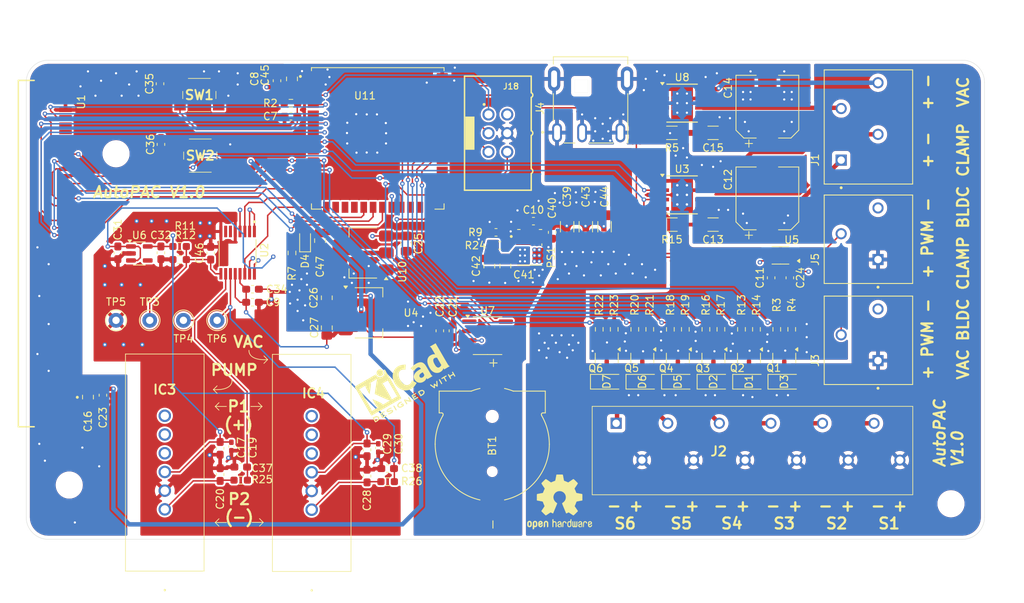
<source format=kicad_pcb>
(kicad_pcb (version 20241229) (generator "pcbnew") (generator_version "9.0")
  (layers (0 "F.Cu" signal) (4 "In1.Cu" signal) (6 "In2.Cu" signal) (2 "B.Cu" signal) (13 "F.Paste" user) (15 "B.Paste" user) (5 "F.SilkS" user "F.Silkscreen") (7 "B.SilkS" user "B.Silkscreen") (1 "F.Mask" user) (3 "B.Mask" user) (25 "Edge.Cuts" user))
  (net 0 "")
  (net 1 "Net-(U7-VBAT)")
  (net 2 "GND")
  (net 3 "+5V")
  (net 4 "/sensors/CLAMP_SENSOR")
  (net 5 "/sensors/VAC_SENSOR")
  (net 6 "+5VA")
  (net 7 "+24V")
  (net 8 "+3.3V")
  (net 9 "+4.7V")
  (net 10 "/ESP32-S3/EN")
  (net 11 "Net-(C35-Pad1)")
  (net 12 "Net-(C35-Pad2)")
  (net 13 "+5.5V")
  (net 14 "/relay_driver2/COIL-")
  (net 21 "Net-(IC3-VOUT)")
  (net 22 "Net-(IC4-VOUT)")
  (net 23 "Net-(C36-Pad1)")
  (net 24 "Net-(C36-Pad2)")
  (net 25 "Net-(Q1-B)")
  (net 26 "/VAC-IN1")
  (net 27 "/relay_driver/COIL-")
  (net 28 "Net-(D4-K)")
  (net 29 "/relay_driver3/COIL-")
  (net 30 "/relay_driver4/COIL-")
  (net 31 "/PUMP-IN1")
  (net 32 "/relay_driver5/COIL-")
  (net 33 "Net-(Q3-B)")
  (net 34 "Net-(Q4-B)")
  (net 36 "/ESP32-S3/BOOT")
  (net 37 "/ESP32-S3/TX")
  (net 39 "/ESP32-S3/RX")
  (net 40 "Net-(Q5-B)")
  (net 41 "Net-(U8-ILIM)")
  (net 42 "/SPI-MISO")
  (net 43 "/SPI-CLK")
  (net 44 "/DISP-BACKLIGHT")
  (net 46 "/DISP-DC")
  (net 47 "/DISP-RESET")
  (net 48 "/uSD-CS")
  (net 49 "/I2C-SDA")
  (net 50 "Net-(Q6-B)")
  (net 51 "Net-(U3-ILIM)")
  (net 54 "/CTP-INT")
  (net 55 "/DISP-CS")
  (net 56 "/SPI-MOSI")
  (net 58 "/serial_spi_lcd/FLASH_WP")
  (net 59 "/I2C-SCL")
  (net 61 "/ADC-DRDY")
  (net 63 "/ADC-RESET")
  (net 64 "/PUMP-IN2")
  (net 69 "/SOLENOID_1")
  (net 70 "/SOLENOID_2")
  (net 72 "/serial_spi_lcd/FONT_CS")
  (net 74 "/SOLENOID_3")
  (net 75 "/RTC-RESET")
  (net 80 "/serial_spi_lcd/FLASH_CS")
  (net 86 "/RTC-INT")
  (net 88 "/VAC-IN2")
  (net 90 "/SOLENOID_4")
  (net 91 "/SOLENOID_5")
  (net 92 "/SOLENOID_6")
  (net 93 "/motor_driver1/MOTOR-OUT-1")
  (net 98 "/motor_driver1/MOTOR-OUT-2")
  (net 99 "/GPIO46")
  (net 100 "/motor_driver/MOTOR-OUT-2")
  (net 101 "/motor_driver/MOTOR-OUT-1")
  (net 102 "/relay_driver1/COIL-")
  (net 103 "Net-(Q2-B)")
  (net 104 "Net-(PS1-SS{slash}PG)")
  (net 109 "Net-(PS1-FB)")
  (net 114 "/brushless_motor_pwm_driver/BRUSHLESS_PWM_1")
  (net 115 "/brushless_motor_pwm_driver/BRUSHLESS_PWM_2")
  (net 117 "GNDA")
  (net 118 "/GPIO10")
  (net 119 "/ESP32-S3/GPIO9")
  (footprint "Package_TO_SOT_SMD:SOT-23" (layer "F.Cu") (at 185.97 109.2485 -90)
    (property "Reference" "Q5")
    (property "Value" "MMBT2222A")
  )
  (footprint "Capacitor_SMD:CP_Elec_8x10" (layer "F.Cu") (at 202.942 75.145 90)
    (property "Reference" "C14")
    (property "Value" "22uF")
  )
  (footprint "Capacitor_SMD:C_0603_1608Metric_Pad1.08x0.95mm_HandSolder" (layer "F.Cu") (at 138.2865 76.454)
    (property "Reference" "C7")
    (property "Value" "1u")
  )
  (footprint "Capacitor_SMD:C_0603_1608Metric_Pad1.08x0.95mm_HandSolder" (layer "F.Cu") (at 171.196 90.678)
    (property "Reference" "C10")
    (property "Value" "0.1u")
  )
  (footprint "Capacitor_SMD:C_1206_3216Metric_Pad1.33x1.80mm_HandSolder" (layer "F.Cu") (at 195.576 91.147 180)
    (property "Reference" "C13")
    (property "Value" "0.1uF")
  )
  (footprint "Capacitor_SMD:C_0603_1608Metric_Pad1.08x0.95mm_HandSolder" (layer "F.Cu") (at 151.411 124.255267)
    (property "Reference" "C38")
    (property "Value" "0.33uF")
  )
  (footprint "TestPoint:TestPoint_Keystone_5000-5004_Miniature" (layer "F.Cu") (at 123.698 104.14 180)
    (property "Reference" "TP4")
    (property "Value" "TestPoint_Probe")
  )
  (footprint "TestPoint:TestPoint_Keystone_5000-5004_Miniature" (layer "F.Cu") (at 114.554 104.14)
    (property "Reference" "TP5")
    (property "Value" "TestPoint_Probe")
  )
  (footprint "Resistor_SMD:R_0603_1608Metric_Pad0.98x0.95mm_HandSolder" (layer "F.Cu") (at 138.43 94.996 -90)
    (property "Reference" "R7")
    (property "Value" "470")
  )
  (footprint "Package_TO_SOT_SMD:SOT-23" (layer "F.Cu") (at 190.796 109.2485 -90)
    (property "Reference" "Q4")
    (property "Value" "MMBT2222A")
  )
  (footprint "Vendor_Footprints:SOP65P640X120-16N" (layer "F.Cu") (at 131.054 94.953 -90)
    (property "Reference" "U2")
    (property "Value" "ADS1219IPWR")
  )
  (footprint "Resistor_SMD:R_0603_1608Metric_Pad0.98x0.95mm_HandSolder" (layer "F.Cu") (at 123.1825 94.115)
    (property "Reference" "R11")
    (property "Value" "300")
  )
  (footprint "Vendor_Footprints:MPX5500DP" (layer "F.Cu") (at 121.168491 129.794508 90)
    (property "Reference" "IC3")
    (property "Value" "MPX5500DP" (hide yes))
  )
  (footprint "Resistor_SMD:R_0603_1608Metric_Pad0.98x0.95mm_HandSolder" (layer "F.Cu") (at 123.1825 95.893 180)
    (property "Reference" "R12")
    (property "Value" "4.7k")
  )
  (footprint "Capacitor_SMD:C_0603_1608Metric_Pad1.08x0.95mm_HandSolder" (layer "F.Cu") (at 148.617 121.715267 -90)
    (property "Reference" "C29")
    (property "Value" "1uF")
  )
  (footprint "Vendor_Footprints:PHX_16PIN_1985292" (layer "F.Cu") (at 182.424 118.11)
    (property "Reference" "J2")
    (property "Value" "Solenoid Terminal" (hide yes))
  )
  (footprint "Package_TO_SOT_SMD:SOT-223-3_TabPin2" (layer "F.Cu") (at 148.082 94.996 180)
    (property "Reference" "U10")
    (property "Value" "AZ1117-5.0")
  )
  (footprint "Capacitor_SMD:C_0603_1608Metric_Pad1.08x0.95mm_HandSolder" (layer "F.Cu") (at 148.617 125.271267 -90)
    (property "Reference" "C28")
    (property "Value" "470pF")
  )
  (footprint "Capacitor_SMD:C_1206_3216Metric_Pad1.33x1.80mm_HandSolder" (layer "F.Cu") (at 178.308 91.44 90)
    (property "Reference" "C43")
    (property "Value" "10uF")
  )
  (footprint "Capacitor_SMD:C_0603_1608Metric_Pad1.08x0.95mm_HandSolder" (layer "F.Cu") (at 120.523 72.0355 90)
    (property "Reference" "C35")
    (property "Value" "0.1u")
  )
  (footprint "Package_SO:Texas_HTSOP-8-1EP_3.9x4.9mm_P1.27mm_EP2.95x4.9mm_Mask2.4x3.1mm_ThermalVias" (layer "F.Cu") (at 191.37 87.113)
    (property "Reference" "U3")
    (property "Value" "DRV8871DDA")
  )
  (footprint "Resistor_SMD:R_0603_1608Metric_Pad0.98x0.95mm_HandSolder" (layer "F.Cu") (at 184.954 105.36 -90)
    (property "Reference" "R20")
    (property "Value" "470")
  )
  (footprint "Capacitor_SMD:C_0603_1608Metric_Pad1.08x0.95mm_HandSolder" (layer "F.Cu") (at 128.680491 125.067991 -90)
    (property "Reference" "C20")
    (property "Value" "470pF")
  )
  (footprint "Capacitor_SMD:C_1206_3216Metric_Pad1.33x1.80mm_HandSolder" (layer "F.Cu") (at 195.576 78.701 180)
    (property "Reference" "C15")
    (property "Value" "0.1uF")
  )
  (footprint "Vendor_Footprints:TE_1985205" (layer "F.Cu") (at 216.658 106.854 90)
    (property "Reference" "J3")
    (property "Value" "Brushless Vac Motor")
  )
  (footprint "Capacitor_SMD:C_0603_1608Metric_Pad1.08x0.95mm_HandSolder" (layer "F.Cu") (at 120.6425 94.9775 90)
    (property "Reference" "C32")
    (property "Value" "1uF")
  )
  (footprint "Vendor_Footprints:BAT_1056" (layer "F.Cu") (at 165.608 121.158 -90)
    (property "Reference" "BT1")
    (property "Value" "1056")
  )
  (footprint "Diode_SMD:D_SOD-123F" (layer "F.Cu") (at 205.235 112.472)
    (property "Reference" "D3")
    (property "Value" "SMD110PL-TP")
  )
  (footprint "Capacitor_SMD:C_0805_2012Metric_Pad1.18x1.45mm_HandSolder" (layer "F.Cu") (at 138.43 71.374 -90)
    (property "Reference" "C45")
    (property "Value" "22uF")
  )
  (footprint "Capacitor_SMD:C_0805_2012Metric_Pad1.18x1.45mm_HandSolder" (layer "F.Cu") (at 165.20528 96.774 -90)
    (property "Reference" "C42")
    (property "Value" "22uF")
  )
  (footprint "Capacitor_SMD:C_0603_1608Metric_Pad1.08x0.95mm_HandSolder" (layer "F.Cu") (at 112.776 114.3 90)
    (property "Reference" "C23")
    (property "Value" "0.1uF")
  )
  (footprint "Resistor_SMD:R_0603_1608Metric_Pad0.98x0.95mm_HandSolder" (layer "F.Cu") (at 199.432 105.36 -90)
    (property "Reference" "R13")
    (property "Value" "470")
  )
  (footprint "Resistor_SMD:R_0603_1608Metric_Pad0.98x0.95mm_HandSolder" (layer "F.Cu") (at 131.474491 125.829991)
    (property "Reference" "R25")
    (property "Value" "750")
  )
  (footprint "Resistor_SMD:R_0603_1608Metric_Pad0.98x0.95mm_HandSolder" (layer "F.Cu") (at 138.2865 74.676)
    (property "Reference" "R2")
    (property "Value" "10k")
  )
  (footprint "Diode_SMD:D_SOD-123F" (layer "F.Cu") (at 185.97 112.472)
    (property "Reference" "D6")
    (property "Value" "SMD110PL-TP")
  )
  (footprint "Symbol:OSHW-Logo2_9.8x8mm_SilkScreen" (layer "F.Cu") (at 174.752 128.778)
    (property "Reference" "REF**" (hide yes))
    (property "Value" "OSHW-Logo2_9.8x8mm_SilkScreen" (hide yes))
  )
  (footprint "Package_TO_SOT_SMD:SOT-23" (layer "F.Cu") (at 181.144 109.2485 -90)
    (property "Reference" "Q6")
    (property "Value" "MMBT2222A")
  )
  (footprint "Capacitor_SMD:C_0603_1608Metric_Pad1.08x0.95mm_HandSolder" (layer "F.Cu") (at 133.074 101.6935 180)
    (property "Reference" "C9")
    (property "Value" "0.1u")
  )
  (footprint "Capacitor_SMD:C_0805_2012Metric_Pad1.18x1.45mm_HandSolder" (layer "F.Cu") (at 153.924 93.726 -90)
    (property "Reference" "C25")
    (property "Value" "10u")
  )
  (footprint "LED_SMD:LED_0603_1608Metric_Pad1.05x0.95mm_HandSolder" (layer "F.Cu") (at 140.208 93.1805 90)
    (property "Reference" "D4")
    (property "Value" "LED")
  )
  (footprint "Capacitor_SMD:C_0603_1608Metric_Pad1.08x0.95mm_HandSolder" (layer "F.Cu") (at 203.454 98.3715 -90)
    (property "Reference" "C11")
    (property "Value" "0.1u")
  )
  (footprint "Resistor_SMD:R_0603_1608Metric_Pad0.98x0.95mm_HandSolder" (layer "F.Cu") (at 194.606 105.36 -90)
    (property "Reference" "R16")
    (property "Value" "470")
  )
  (footprint "Capacitor_SMD:C_0603_1608Metric_Pad1.08x0.95mm_HandSolder" (layer "F.Cu") (at 166.116 92.202 180)
    (property "Reference" "R9")
    (property "Value" "10k")
  )
  (footprint "Diode_SMD:D_SOD-123F" (layer "F.Cu") (at 181.144 112.472)
    (property "Reference" "D7")
    (property "Value" "SMD110PL-TP")
  )
  (footprint "Capacitor_SMD:C_0603_1608Metric_Pad1.08x0.95mm_HandSolder" (layer "F.Cu") (at 173.736 92.202 -90)
    (property "Reference" "C40")
    (property "Value" "0.1uF")
  )
  (footprint "Resistor_SMD:R_0603_1608Metric_Pad0.98x0.95mm_HandSolder" (layer "F.Cu") (at 151.411 126.033267)
    (property "Reference" "R26")
    (property "Value" "750")
  )
  (footprint "Capacitor_SMD:C_0805_2012Metric_Pad1.18x1.45mm_HandSolder" (layer "F.Cu") (at 143.154 101.078 -90)
    (property "Reference" "C26")
    (property "Value" "10u")
  )
  (footprint "Capacitor_SMD:C_0402_1005Metric_Pad0.74x0.62mm_HandSolder" (layer "F.Cu") (at 130.204491 121.257991 -90)
    (property "Reference" "C19")
    (property "Value" "0.01uF")
  )
  (footprint "Vendor_Footprints:CONV_TPSM84338RCJR" (layer "F.Cu") (at 170.688 94.234)
    (property "Reference" "PS1")
    (property "Value" "TPSM84338RCJR")
  )
  (footprint "Capacitor_SMD:C_1206_3216Metric_Pad1.33x1.80mm_HandSolder" (layer "F.Cu") (at 175.768 91.44 90)
    (property "Reference" "C39")
    (property "Value" "10uF")
  )
  (footprint "Package_SO:Texas_HTSOP-8-1EP_3.9x4.9mm_P1.27mm_EP2.95x4.9mm_Mask2.4x3.1mm_ThermalVias" (layer "F.Cu") (at 191.37 74.667)
    (property "Reference" "U8")
    (property "Value" "DRV8871DDA")
  )
  (footprint "Capacitor_SMD:C_0603_1608Metric_Pad1.08x0.95mm_HandSolder" (layer "F.Cu") (at 205.994 98.3715 -90)
    (property "Reference" "C24")
    (property "Value" "0.1u")
  )
  (footprint "Resistor_SMD:R_0603_1608Metric_Pad0.98x0.95mm_HandSolder" (layer "F.Cu") (at 206.251 105.36 90)
    (property "Reference" "R4")
    (property "Value" "10k")
  )
  (footprint "Vendor_Footprints:TE_1985205" (layer "F.Cu") (at 216.658 93.138 90)
    (property "Reference" "J5")
    (property "Value" "Brushless Pump Motor")
  )
  (footprint "Capacitor_SMD:C_0805_2012Metric_Pad1.18x1.45mm_HandSolder" (layer "F.Cu") (at 142.24 93.3215 -90)
    (property "Reference" "C47")
    (property "Value" "22uF")
  )
  (footprint "Vendor_Footprints:MPX5500DP" (layer "F.Cu") (at 141.105 129.836 90)
    (property "Reference" "IC4")
    (property "Value" "MPX5500DP" (hide yes))
  )
  (footprint "Capacitor_SMD:C_0603_1608Metric_Pad1.08x0.95mm_HandSolder" (layer "F.Cu") (at 136.398 71.628 -90)
    (property "Reference" "C8")
    (property "Value" "0.1u")
  )
  (footprint "Package_TO_SOT_SMD:SOT-23" (layer "F.Cu") (at 195.622 109.2485 -90)
    (property "Reference" "Q3")
    (property "Value" "MMBT2222A")
  )
  (footprint "Resistor_SMD:R_0603_1608Metric_Pad0.98x0.95mm_HandSolder" (layer "F.Cu") (at 196.638 105.36 90)
    (property "Reference" "R17")
    (property "Value" "10k")
  )
  (footprint "Capacitor_SMD:C_0805_2012Metric_Pad1.18x1.45mm_HandSolder" (layer "F.Cu") (at 143.154 105.142 90)
    (property "Reference" "C27")
    (property "Value" "10u")
  )
  (footprint "Package_SO:VSSOP-8_2.3x2mm_P0.5mm" (layer "F.Cu") (at 204.72 95.3235 180)
    (property "Reference" "U5")
    (property "Value" "74LVC2T45DC")
  )
  (footprint "MountingHole:MountingHole_3.2mm_M3" (layer "F.Cu") (at 227.8603 129.032)
    (property "Reference" "H3" (hide yes))
    (property "Value" "MountingHole")
  )
  (footprint "Resistor_SMD:R_1206_3216Metric_Pad1.30x1.75mm_HandSolder" (layer "F.Cu") (at 189.988 91.147)
    (property "Reference" "R15")
    (property "Value" "18k")
  )
  (footprint "TestPoint:TestPoint_Keystone_5000-5004_Miniature" (layer "F.Cu") (at 128.27 104.14 180)
    (property "Reference" "TP6")
    (property "Value" "TestPoint_Probe")
  )
  (footprint "Package_TO_SOT_SMD:SOT-23" (layer "F.Cu") (at 200.448 109.2485 -90)
    (property "Reference" "Q2")
    (property "Value" "MMBT2222A")
  )
  (footprint "Diode_SMD:D_SOD-123F" (layer "F.Cu") (at 200.448 112.472)
    (property "Reference" "D1")
    (property "Value" "SMD110PL-TP")
  )
  (footprint "Capacitor_SMD:C_0603_1608Metric_Pad1.08x0.95mm_HandSolder" (layer "F.Cu") (at 114.8005 94.9775 90)
    (property "Reference" "C31")
    (property "Value" "1uF")
  )
  (footprint "Capacitor_SMD:CP_Elec_8x10" (layer "F.Cu") (at 202.942 87.591 90)
    (property "Reference" "C12")
    (property "Value" "22uF")
  )
  (footprint "Diode_SMD:D_SOD-123F" (layer "F.Cu") (at 195.622 112.472)
    (property "Reference" "D2")
    (property "Value" "SMD110PL-TP")
  )
  (footprint "Resistor_SMD:R_0603_1608Metric_Pad0.98x0.95mm_HandSolder" (layer "F.Cu") (at 186.986 105.36 90)
    (property "Reference" "R21")
    (property "Value" "10k")
  )
  (footprint "Resistor_SMD:R_0603_1608Metric_Pad0.98x0.95mm_HandSolder" (layer "F.Cu") (at 189.78 105.36 -90)
    (property "Reference" "R18")
    (property "Value" "470")
  )
  (footprint "Capacitor_SMD:C_0805_2012Metric_Pad1.18x1.45mm_HandSolder" (layer "F.Cu") (at 110.744 114.554 90)
    (property "Reference" "C16")
    (property "Value" "10u")
  )
  (footprint "Capacitor_SMD:C_0603_1608Metric_Pad1.08x0.95mm_HandSolder" (layer "F.Cu") (at 166.624 93.98)
    (property "Reference" "R24")
    (property "Value" "82k")
  )
  (footprint "Diode_SMD:D_SOD-123F" (layer "F.Cu") (at 190.796 112.472)
    (property "Reference" "D5")
    (property "Value" "SMD110PL-TP")
  )
  (footprint "Capacitor_SMD:C_0603_1608Metric_Pad1.08x0.95mm_HandSolder" (layer "F.Cu") (at 120.65 80.264 90)
    (property "Reference" "C36")
    (property "Value" "0.1u")
  )
  (footprint "MountingHole:MountingHole_3.2mm_M3" (layer "F.Cu") (at 114.554 81.534)
    (property "Reference" "H4" (hide yes))
    (property "Value" "MountingHole")
  )
  (footprint "Package_TO_SOT_SMD:SOT-23-5" (layer "F.Cu") (at 117.716 95.065)
    (property "Reference" "U6")
    (property "Value" "TPS7A2050PDBVR")
  )
  (footprint "NetTie:NetTie-2_SMD_Pad0.5mm" (layer "F.Cu") (at 135.632262 100.784147 90)
    (property "Reference" "NT1" (hide yes))
    (property "Value" "NetTie_2" (hide yes))
  )
  (footprint "Capacitor_SMD:C_0603_1608Metric_Pad1.08x0.95mm_HandSolder" (layer "F.Cu") (at 131.474491 124.051991)
    (property "Reference" "C37")
    (property "Value" "0.33uF")
  )
  (footprint "Package_SO:SOIC-8_3.9x4.9mm_P1.27mm" (layer "F.Cu") (at 164.9685 106.225)
    (property "Reference" "U7")
    (property "Value" "DS3232M")
  )
  (footprint "Package_TO_SOT_SMD:SOT-223-3_TabPin2" (layer "F.Cu") (at 148.844 103.124)
    (property "Reference" "U4")
    (property "Value" "AP7361C-33E")
  )
  (footprint "MountingHole:MountingHole_3.2mm_M3" (layer "F.Cu") (at 108.204 126.492)
    (property "Reference" "H1" (hide yes))
    (property "Value" "MountingHole")
  )
  (footprint "Vendor_Footprints:GCT_FFC3B07-40-T" (layer "F.Cu") (at 105.246 95.082 -90)
    (property "Reference" "U1")
    (property "Value" "ER-TFTM032-3")
  )
  (footprint "TestPoint:TestPoint_Keystone_5000-5004_Miniature" (layer "F.Cu") (at 119.126 104.14)
    (property "Reference" "TP3")
    (property "Value" "TestPoint_Probe")
  )
  (footprint "Vendor_Footprints:PTS647SN50SMTR2LFS" (layer "F.Cu") (at 125.984 81.788)
    (property "Reference" "SW2")
    (property "Value" "~" (hide yes))
  )
  (footprint "Vendor_Footprints:PTS647SN50SMTR2LFS" (layer "F.Cu") (at 125.857 73.5595)
    (property "Reference" "SW1")
    (property "Value" "~" (hide yes))
  )
  (footprint "Capacitor_SMD:C_0603_1608Metric_Pad1.08x0.95mm_HandSolder" (layer "F.Cu") (at 160.274 105.5635 90)
    (property "Reference" "C21")
    (property "Value" "1uF")
  )
  (footprint "Resistor_SMD:R_1206_3216Metric_Pad1.30x1.75mm_HandSolder" (layer "F.Cu") (at 189.988 78.701)
    (property "Reference" "R5")
    (property "Value" "18k")
  )
  (footprint "Capacitor_SMD:C_0603_1608Metric_Pad1.08x0.95mm_HandSolder" (layer "F.Cu") (at 133.074 99.9155 180)
    (property "Reference" "C34")
    (property "Value" "0.1u")
  )
  (footprint "Resistor_SMD:R_0603_1608Metric_Pad0.98x0.95mm_HandSolder" (layer "F.Cu") (at 191.812 105.36 90)
    (property "Reference" "R19")
    (property "Value" "10k")
  )
  (footprint "Capacitor_SMD:C_0603_1608Metric_Pad1.08x0.95mm_HandSolder" (layer "F.Cu") (at 158.496 105.5635 -90)
    (property "Reference" "C22")
    (property "Value" "0.1uF")
  )
  (footprint "Vendor_Footprints:61200621621" (layer "F.Cu") (at 166.37 78.74 -90)
    (property "Reference" "J18")
    (property "Value" "Programmer")
  )
  (footprint "Resistor_SMD:R_0603_1608Metric_Pad0.98x0.95mm_HandSolder" (layer "F.Cu") (at 180.128 105.36 -90)
    (property "Reference" "R22")
    (property "Value" "470")
  )
  (footprint "Capacitor_SMD:C_0603_1608Metric_Pad1.08x0.95mm_HandSolder" (layer "F.Cu") (at 127.397 95.029 90)
    (property "Reference" "C46")
    (property "Value" "0.1u")
  )
  (footprint "Capacitor_SMD:C_1206_3216Metric_Pad1.33x1.80mm_HandSolder" (layer "F.Cu") (at 180.848 91.44 90)
    (property "Reference" "C44")
    (property "Value" "10uF")
  )
  (footprint "Capacitor_SMD:C_0402_1005Metric_Pad0.74x0.62mm_HandSolder" (layer "F.Cu") (at 150.141 121.461267 -90)
    (property "Reference" "C30")
    (property "Value" "0.01uF")
  )
  (footprint "Package_TO_SOT_SMD:SOT-23" (layer "F.Cu") (at 205.235 109.2485 -90)
    (property "Reference" "Q1")
    (property "Value" "MMBT2222A")
  )
  (footprint "Resistor_SMD:R_0603_1608Metric_Pad0.98x0.95mm_HandSolder" (layer "F.Cu") (at 182.16 105.36 90)
    (property "Reference" "R23")
    (property "Value" "10k")
  )
  (footprint "Vendor_Footprints:TE_1985218" (layer "F.Cu") (at 216.658 77.898 90)
    (property "Reference" "J1")
    (property "Value" "DC Motor Terminal")
  )
  (footprint "Capacitor_SMD:C_0805_2012Metric_Pad1.18x1.45mm_HandSolder" (layer "F.Cu") (at 167.386 96.774 -90)
    (property "Reference" "C41")
    (property "Value" "22uF")
  )
  (footprint "Vendor_Footprints:XCVR_ESP32-S3-WROOM-1U-N16R8" (layer "F.Cu") (at 150.0705 79.45)
    (property "Reference" "U11")
    (property "Value" "ESP32-S3-WROOM-1U-N16R8")
  )
  (footprint "Resistor_SMD:R_0603_1608Metric_Pad0.98x0.95mm_HandSolder" (layer "F.Cu") (at 201.464 105.36 90)
    (property "Reference" "R14")
    (property "Value" "10k")
  )
  (footprint "Symbol:KiCad-Logo2_5mm_SilkScreen" (layer "F.Cu") (at 153.67 112.268 30)
    (property "Reference" "REF**" (hide yes))
    (property "Value" "KiCad-Logo2_5mm_SilkScreen" (hide yes))
  )
  (footprint "Capacitor_SMD:C_0603_1608Metric_Pad1.08x0.95mm_HandSolder" (layer "F.Cu") (at 128.680491 121.511991 -90)
    (property "Reference" "C17")
    (property "Value" "1uF")
  )
  (footprint "Resistor_SMD:R_0603_1608Metric_Pad0.98x0.95mm_HandSolder" (layer "F.Cu") (at 204.219 105.36 -90)
    (property "Reference" "R3")
    (property "Value" "470")
  )
  (footprint "Vendor_Footprints:TENSILITY_54-00127" (layer "F.Cu") (at 178.95 71.374 180)
    (property "Reference" "J4")
    (property "Value" "54-00127")
    (fp_line (start 2.15 -0.1) (end 0.35 -0.1) (stroke (width 0.01)) (layer "Edge.Cuts"))
    (fp_line (start 2.15 -1.9) (end 2.15 -0.1) (stroke (width 0.01)) (layer "Edge.Cuts"))
    (fp_line (start 0.35 -0.1) (end 0.35 -1.9) (stroke (width 0.01)) (layer "Edge.Cuts"))
    (fp_line (start 0.35 -1.9) (end 2.15 -1.9) (stroke (width 0.01)) (layer "Edge.Cuts"))
  )
  (gr_line (start 128.016 131.572) (end 128.524 131.064) (stroke (width 0.1)) (layer "F.SilkS"))
  (gr_line (start 134.528354 131.552773) (end 134.020354 132.060773) (stroke (width 0.1)) (layer "F.SilkS"))
  (gr_line (start 129.54 115.824) (end 128.016 115.824) (stroke (width 0.1)) (layer "F.SilkS"))
  (gr_line (start 128.016 115.824) (end 128.524 116.332) (stroke (width 0.1)) (layer "F.SilkS"))
  (gr_line (start 135.128 109.474) (end 134.62 108.966) (stroke (width 0.1)) (layer "F.SilkS"))
  (gr_line (start 134.366 115.824) (end 133.858 115.316) (stroke (width 0.1)) (layer "F.SilkS"))
  (gr_line (start 135.128 109.474) (end 134.62 109.982) (stroke (width 0.1)) (layer "F.SilkS"))
  (gr_line (start 127.762 113.538) (end 128.27 113.03) (stroke (width 0.1)) (layer "F.SilkS"))
  (gr_line (start 127.762 113.538) (end 128.27 114.046) (stroke (width 0.1)) (layer "F.SilkS"))
  (gr_curve (pts (xy 132.588 108.204) (xy 132.588 109.728) (xy 135.128 109.474) (xy 135.128 109.474)) (stroke (width 0.1)) (layer "F.SilkS"))
  (gr_line (start 133.004354 131.552773) (end 134.528354 131.552773) (stroke (width 0.1)) (layer "F.SilkS"))
  (gr_line (start 134.528354 131.552773) (end 134.020354 131.044773) (stroke (width 0.1)) (layer "F.SilkS"))
  (gr_line (start 134.366 115.824) (end 133.858 116.332) (stroke (width 0.1)) (layer "F.SilkS"))
  (gr_curve (pts (xy 130.302 112.268) (xy 130.302 113.792) (xy 127.762 113.538) (xy 127.762 113.538)) (stroke (width 0.1)) (layer "F.SilkS"))
  (gr_line (start 128.016 115.824) (end 128.524 115.316) (stroke (width 0.1)) (layer "F.SilkS"))
  (gr_line (start 129.54 131.572) (end 128.016 131.572) (stroke (width 0.1)) (layer "F.SilkS"))
  (gr_line (start 128.016 131.572) (end 128.524 132.08) (stroke (width 0.1)) (layer "F.SilkS"))
  (gr_line (start 132.842 115.824) (end 134.366 115.824) (stroke (width 0.1)) (layer "F.SilkS"))
  (gr_arc (start 105.362 133.858) (mid 103.24068 132.97932) (end 102.362 130.858) (stroke (width 0.05)) (layer "Edge.Cuts"))
  (gr_line (start 102.362 130.858) (end 102.362 71.834) (stroke (width 0.05)) (layer "Edge.Cuts"))
  (gr_arc (start 232.41 130.858) (mid 231.53132 132.97932) (end 229.41 133.858) (stroke (width 0.05)) (layer "Edge.Cuts"))
  (gr_line (start 232.41 71.834) (end 232.41 130.858) (stroke (width 0.05)) (layer "Edge.Cuts"))
  (gr_line (start 105.362 68.834) (end 229.41 68.834) (stroke (width 0.05)) (layer "Edge.Cuts"))
  (gr_arc (start 102.362 71.834) (mid 103.24068 69.71268) (end 105.362 68.834) (stroke (width 0.05)) (layer "Edge.Cuts"))
  (gr_line (start 229.41 133.858) (end 105.362 133.858) (stroke (width 0.05)) (layer "Edge.Cuts"))
  (gr_arc (start 229.41 68.834) (mid 231.53132 69.71268) (end 232.41 71.834) (stroke (width 0.05)) (layer "Edge.Cuts"))
  (gr_text "P2\n(-)" (at 131.270947 131.696222 0) (layer "F.SilkS") (effects (font (size 1.5 1.5) (thickness 0.3) (bold yes)) (justify bottom)))
  (gr_text "VAC" (at 130.302 107.95 0) (layer "F.SilkS") (effects (font (size 1.5 1.5) (thickness 0.3) (bold yes)) (justify left bottom)))
  (gr_text "PUMP" (at 127.254 111.76 0) (layer "F.SilkS") (effects (font (size 1.5 1.5) (thickness 0.3) (bold yes)) (justify left bottom)))
  (gr_text "AutoPAC\nV1.0" (at 229.616 124.206 90) (layer "F.SilkS") (effects (font (size 1.5 1.5) (thickness 0.3) (bold yes) (italic yes)) (justify left bottom)))
  (gr_text "P1\n(+)" (at 131.187342 119.118077 0) (layer "F.SilkS") (effects (font (size 1.5 1.5) (thickness 0.3) (bold yes)) (justify bottom)))
  (gr_text "AutoPAC V1.0" (at 111.252 87.63 0) (layer "F.SilkS") (effects (font (size 1.5 1.5) (thickness 0.3) (bold yes) (italic yes)) (justify left bottom)))
  (gr_text "+ PWM -\n\nVAC BLDC" (at 230.378 106.68 90) (layer "F.SilkS") (effects (font (size 1.5 1.5) (thickness 0.3) (bold yes)) (justify bottom)))
  (gr_text "+ PWM -\n\nCLAMP BLDC" (at 230.378 92.964 90) (layer "F.SilkS") (effects (font (size 1.5 1.5) (thickness 0.3) (bold yes)) (justify bottom)))
  (gr_text "+ -\n\nCLAMP" (at 230.378 81.026 90) (layer "F.SilkS") (effects (font (size 1.5 1.5) (thickness 0.3) (bold yes)) (justify bottom)))
  (gr_text "- +\nS6" (at 183.642 132.588 0) (layer "F.SilkS") (effects (font (size 1.5 1.5) (thickness 0.3) (bold yes)) (justify bottom)))
  (gr_text "- +\nS3" (at 205.232 132.588 0) (layer "F.SilkS") (effects (font (size 1.5 1.5) (thickness 0.3) (bold yes)) (justify bottom)))
  (gr_text "- +\nS5" (at 191.262 132.588 0) (layer "F.SilkS") (effects (font (size 1.5 1.5) (thickness 0.3) (bold yes)) (justify bottom)))
  (gr_text "- +\nS1" (at 219.456 132.588 0) (layer "F.SilkS") (effects (font (size 1.5 1.5) (thickness 0.3) (bold yes)) (justify bottom)))
  (gr_text "- +\nS2" (at 212.344 132.588 0) (layer "F.SilkS") (effects (font (size 1.5 1.5) (thickness 0.3) (bold yes)) (justify bottom)))
  (gr_text "+ -\n\nVAC" (at 230.378 73.152 90) (layer "F.SilkS") (effects (font (size 1.5 1.5) (thickness 0.3) (bold yes)) (justify bottom)))
  (gr_text "- +\nS4" (at 198.12 132.588 0) (layer "F.SilkS") (effects (font (size 1.5 1.5) (thickness 0.3) (bold yes)) (justify bottom)))
  (segment (start 165.608 107.188) (end 165.608 112.978) (width 0.2) (layer "F.Cu") (net 1))
  (segment (start 165.936 106.86) (end 165.608 107.188) (width 0.2) (layer "F.Cu") (net 1))
  (segment (start 167.4435 106.86) (end 165.936 106.86) (width 0.2) (layer "F.Cu") (net 1))
  (segment (start 135.632262 100.187762) (end 135.36 99.9155) (width 0.2) (layer "F.Cu") (net 2))
  (segment (start 131.379 89.215) (end 131.379 92.083) (width 0.2) (layer "F.Cu") (net 2))
  (segment (start 132.679 92.083) (end 132.679 89.139644) (width 0.2) (layer "F.Cu") (net 2))
  (segment (start 143.154 104.1045) (end 143.7485 104.1045) (width 0.8) (layer "F.Cu") (net 2))
  (segment (start 135.632262 100.284147) (end 135.632262 100.187762) (width 0.2) (layer "F.Cu") (net 2))
  (segment (start 132.679 89.139644) (end 132.694413 89.124231) (width 0.2) (layer "F.Cu") (net 2))
  (segment (start 133.329 92.083) (end 133.329 89.758818) (width 0.2) (layer "F.Cu") (net 2))
  (segment (start 135.36 99.9155) (end 133.9365 99.9155) (width 0.2) (layer "F.Cu") (net 2))
  (segment (start 192.655 74.032) (end 192.02 74.667) (width 0.2) (layer "F.Cu") (net 2))
  (segment (start 131.388076 89.205924) (end 131.379 89.215) (width 0.2) (layer "F.Cu") (net 2))
  (segment (start 135.632262 100.284147) (end 138.130147 100.284147) (width 0.5) (layer "F.Cu") (net 2))
  (segment (start 143.7485 104.1045) (end 144.729 103.124) (width 0.8) (layer "F.Cu") (net 2))
  (segment (start 188.495 72.762) (end 190.115 72.762) (width 0.2) (layer "F.Cu") (net 2))
  (segment (start 194.0135 78.701) (end 191.538 78.701) (width 0.8) (layer "F.Cu") (net 2))
  (segment (start 133.329 89.758818) (end 132.694413 89.124231) (width 0.2) (layer "F.Cu") (net 2))
  (segment (start 190.115 72.762) (end 190.72 73.367) (width 0.2) (layer "F.Cu") (net 2))
  (segment (start 144.729 103.124) (end 145.694 103.124) (width 0.8) (layer "F.Cu") (net 2))
  (segment (start 194.245 74.032) (end 192.655 74.032) (width 0.2) (layer "F.Cu") (net 2))
  (segment (start 131.388076 89.154) (end 131.388076 89.205924) (width 0.2) (layer "F.Cu") (net 2))
  (via (at 179.529096 88.067264) (size 0.6) (drill 0.3) (layers "F.Cu" "B.Cu") (net 2))
  (via (at 169.033477 89.22192) (size 0.6) (drill 0.3) (layers "F.Cu" "B.Cu") (net 2))
  (via (at 155.956 104.902) (size 0.6) (drill 0.3) (layers "F.Cu" "B.Cu") (net 2))
  (via (at 148.844 96.774) (size 0.6) (drill 0.3) (layers "F.Cu" "B.Cu") (net 2))
  (via (at 103.886 94.234) (size 0.6) (drill 0.3) (layers "F.Cu" "B.Cu") (net 2))
  (via (at 167.361325 99.067097) (size 0.6) (drill 0.3) (layers "F.Cu" "B.Cu") (net 2))
  (via (at 191.516 80.772) (size 0.6) (drill 0.3) (layers "F.Cu" "B.Cu") (net 2))
  (via (at 189.738 78.74) (size 0.6) (drill 0.3) (layers "F.Cu" "B.Cu") (net 2))
  (via (at 154.178 104.902) (size 0.6) (drill 0.3) (layers "F.Cu" "B.Cu") (net 2))
  (via (at 190.838203 108.268122) (size 0.6) (drill 0.3) (layers "F.Cu" "B.Cu") (net 2))
  (via (at 163.78453 93.126347) (size 0.6) (drill 0.3) (layers "F.Cu" "B.Cu") (net 2))
  (via (at 172.442407 97.278784) (size 0.6) (drill 0.3) (layers "F.Cu" "B.Cu") (net 2))
  (via (at 171.115215 98.983974) (size 0.6) (drill 0.3) (layers "F.Cu" "B.Cu") (net 2))
  (via (at 126.492 70.358) (size 0.6) (drill 0.3) (layers "F.Cu" "B.Cu") (net 2))
  (via (at 148.844 99.06) (size 0.6) (drill 0.3) (layers "F.Cu" "B.Cu") (net 2))
  (via (at 169.164 98.806) (size 0.6) (drill 0.3) (layers "F.Cu" "B.Cu") (net 2))
  (via (at 147.148614 76.161574) (size 0.6) (drill 0.3) (layers "F.Cu" "B.Cu") (net 2))
  (via (at 179.324 79.756) (size 0.6) (drill 0.3) (layers "F.Cu" "B.Cu") (net 2))
  (via (at 149.959194 76.191959) (size 0.6) (drill 0.3) (layers "F.Cu" "B.Cu") (net 2))
  (via (at 131.388076 89.154) (size 0.6) (drill 0.3) (layers "F.Cu" "B.Cu") (net 2))
  (via (at 190.5 81.788) (size 0.6) (drill 0.3) (layers "F.Cu" "B.Cu") (net 2))
  (via (at 104.14 100.838) (size 0.6) (drill 0.3) (layers "F.Cu" "B.Cu") (net 2))
  (via (at 109.728 72.39) (size 0.6) (drill 0.3) (layers "F.Cu" "B.Cu") (net 2))
  (via (at 194.564 71.12) (size 0.6) (drill 0.3) (layers "F.Cu" "B.Cu") (net 2))
  (via (at 105.41 96.52) (size 0.6) (drill 0.3) (layers "F.Cu" "B.Cu") (net 2))
  (via (at 151.197368 78.751865) (size 0.6) (drill 0.3) (layers "F.Cu" "B.Cu") (net 2))
  (via (at 198.255855 107.311006) (size 0.6) (drill 0.3) (layers "F.Cu" "B.Cu") (net 2))
  (via (at 139.954 104.14) (size 0.6) (drill 0.3) (layers "F.Cu" "B.Cu") (net 2))
  (via (at 183.757828 108.272365) (size 0.6) (drill 0.3) (layers "F.Cu" "B.Cu") (net 2))
  (via (at 195.760516 108.336488) (size 0.6) (drill 0.3) (layers "F.Cu" "B.Cu") (net 2))
  (via (at 140.462 99.314) (size 0.6) (drill 0.3) (layers "F.Cu" "B.Cu") (net 2))
  (via (at 145.933229 77.331383) (size 0.6) (drill 0.3) (layers "F.Cu" "B.Cu") (net 2))
  (via (at 140.462 97.79) (size 0.6) (drill 0.3) (layers "F.Cu" "B.Cu") (net 2))
  (via (at 171.97201 98.07678) (size 0.6) (drill 0.3) (layers "F.Cu" "B.Cu") (net 2))
  (via (at 147.186595 81.387733) (size 0.6) (drill 0.3) (layers "F.Cu" "B.Cu") (net 2))
  (via (at 131.064 72.136) (size 0.6) (drill 0.3) (layers "F.Cu" "B.Cu") (net 2))
  (via (at 178.264335 91.331714) (size 0.6) (drill 0.3) (layers "F.Cu" "B.Cu") (net 2))
  (via (at 188.513778 106.866631) (size 0.6) (drill 0.3) (layers "F.Cu" "B.Cu") (net 2))
  (via (at 148.576693 76.191959) (size 0.6) (drill 0.3) (layers "F.Cu" "B.Cu") (net 2))
  (via (at 148.569097 81.364945) (size 0.6) (drill 0.3) (layers "F.Cu" "B.Cu") (net 2))
  (via (at 165.258185 90.78673) (size 0.6) (drill 0.3) (layers "F.Cu" "B.Cu") (net 2))
  (via (at 188.565052 108.216848) (size 0.6) (drill 0.3) (layers "F.Cu" "B.Cu") (net 2))
  (via (at 206.248 74.168) (size 0.6) (drill 0.3) (layers "F.Cu" "B.Cu") (net 2))
  (via (at 160.446894 71.599572) (size 0.6) (drill 0.3) (layers "F.Cu" "B.Cu") (net 2))
  (via (at 173.234792 94.206383) (size 0.6) (drill 0.3) (layers "F.Cu" "B.Cu") (net 2))
  (via (at 156.21 103.632) (size 0.6) (drill 0.3) (layers "F.Cu" "B.Cu") (net 2))
  (via (at 174.760606 88.169812) (size 0.6) (drill 0.3) (layers "F.Cu" "B.Cu") (net 2))
  (via (at 202.95598 106.046245) (size 0.6) (drill 0.3) (layers "F.Cu" "B.Cu") (net 2))
  (via (at 168.106746 92.070481) (size 0.6) (drill 0.3) (layers "F.Cu" "B.Cu") (net 2))
  (via (at 109.982 121.412) (size 0.6) (drill 0.3) (layers "F.Cu" "B.Cu") (net 2))
  (via (at 196.596 82.55) (size 0.6) (drill 0.3) (layers "F.Cu" "B.Cu") (net 2))
  (via (at 179.578 78.486) (size 0.6) (drill 0.3) (layers "F.Cu" "B.Cu") (net 2))
  (via (at 198.119124 105.926606) (size 0.6) (drill 0.3) (layers "F.Cu" "B.Cu") (net 2))
  (via (at 110.744 70.358) (size 0.6) (drill 0.3) (layers "F.Cu" "B.Cu") (net 2))
  (via (at 104.14 120.904) (size 0.6) (drill 0.3) (layers "F.Cu" "B.Cu") (net 2))
  (via (at 130.048 80.264) (size 0.6) (drill 0.3) (layers "F.Cu" "B.Cu") (net 2))
  (via (at 186.182 72.898) (size 0.6) (drill 0.3) (layers "F.Cu" "B.Cu") (net 2))
  (via (at 143.256 70.104) (size 0.6) (drill 0.3) (layers "F.Cu" "B.Cu") (net 2))
  (via (at 186.074657 108.34073) (size 0.6) (drill 0.3) (layers "F.Cu" "B.Cu") (net 2))
  (via (at 117.602 73.66) (size 0.6) (drill 0.3) (layers "F.Cu" "B.Cu") (net 2))
  (via (at 163.068 98.806) (size 0.6) (drill 0.3) (layers "F.Cu" "B.Cu") (net 2))
  (via (at 151.189772 80.134367) (size 0.6) (drill 0.3) (layers "F.Cu" "B.Cu") (net 2))
  (via (at 199.644 74.168) (size 0.6) (drill 0.3) (layers "F.Cu" "B.Cu") (net 2))
  (via (at 188.513778 105.687326) (size 0.6) (drill 0.3) (layers "F.Cu" "B.Cu") (net 2))
  (via (at 205.232 73.152) (size 0.6) (drill 0.3) (layers "F.Cu" "B.Cu") (net 2))
  (via (at 180.594 77.47) (size 0.6) (drill 0.3) (layers "F.Cu" "B.Cu") (net 2))
  (via (at 112.522 71.628) (size 0.6) (drill 0.3) (layers "F.Cu" "B.Cu") (net 2))
  (via (at 199.644 73.152) (size 0.6) (drill 0.3) (layers "F.Cu" "B.Cu") (net 2))
  (via (at 138.43 99.314) (size 0.6) (drill 0.3) (layers "F.Cu" "B.Cu") (net 2))
  (via (at 183.735039 105.894766) (size 0.6) (drill 0.3) (layers "F.Cu" "B.Cu") (net 2))
  (via (at 208.28 106.426) (size 0.6) (drill 0.3) (layers "F.Cu" "B.Cu") (net 2))
  (via (at 174.111134 86.870868) (size 0.6) (drill 0.3) (layers "F.Cu" "B.Cu") (net 2))
  (via (at 193.196811 105.687326) (size 0.6) (drill 0.3) (layers "F.Cu" "B.Cu") (net 2))
  (via (at 157.226 103.124) (size 0.6) (drill 0.3) (layers "F.Cu" "B.Cu") (net 2))
  (via (at 192.024 82.042) (size 0.6) (drill 0.3) (layers "F.Cu" "B.Cu") (net 2))
  (via (at 139.192 101.346) (size 0.6) (drill 0.3) (layers "F.Cu" "B.Cu") (net 2))
  (via (at 187.96 70.358) (size 0.6) (drill 0.3) (layers "F.Cu" "B.Cu") (net 2))
  (via (at 176.9483 86.76832) (size 0.6) (drill 0.3) (layers "F.Cu" "B.Cu") (net 2))
  (via (at 160.528 69.85) (size 0.6) (drill 0.3) (layers "F.Cu" "B.Cu") (net 2))
  (via (at 205.232 74.168) (size 0.6) (drill 0.3) (layers "F.Cu" "B.Cu") (net 2))
  (via (at 200.66 73.152) (size 0.6) (drill 0.3) (layers "F.Cu" "B.Cu") (net 2))
  (via (at 138.130147 100.284147) (size 0.6) (drill 0.3) (layers "F.Cu" "B.Cu") (net 2))
  (via (at 129.794 73.66) (size 0.6) (drill 0.3) (layers "F.Cu" "B.Cu") (net 2))
  (via (at 139.7 98.552) (size 0.6) (drill 0.3) (layers "F.Cu" "B.Cu") (net 2))
  (via (at 131.064 70.612) (size 0.6) (drill 0.3) (layers "F.Cu" "B.Cu") (net 2))
  (via (at 177.016665 88.135629) (size 0.6) (drill 0.3) (layers "F.Cu" "B.Cu") (net 2))
  (via (at 180.594 79.502) (size 0.6) (drill 0.3) (layers "F.Cu" "B.Cu") (net 2))
  (via (at 180.742583 91.365897) (size 0.6) (drill 0.3) (layers "F.Cu" "B.Cu") (net 2))
  (via (at 145.542 98.298) (size 0.6) (drill 0.3) (layers "F.Cu" "B.Cu") (net 2))
  (via (at 168.167515 90.771537) (size 0.6) (drill 0.3) (layers "F.Cu" "B.Cu") (net 2))
  (via (at 200.529006 108.268122) (size 0.6) (drill 0.3) (layers "F.Cu" "B.Cu") (net 2))
  (via (at 139.192 102.87) (size 0.6) (drill 0.3) (layers "F.Cu" "B.Cu") (net 2))
  (via (at 195.58 83.312) (size 0.6) (drill 0.3) (layers "F.Cu" "B.Cu") (net 2))
  (via (at 196.088 70.612) (size 0.6) (drill 0.3) (layers "F.Cu" "B.Cu") (net 2))
  (via (at 200.66 70.358) (size 0.6) (drill 0.3) (layers "F.Cu" "B.Cu") (net 2))
  (via (at 193.350634 108.37067) (size 0.6) (drill 0.3) (layers "F.Cu" "B.Cu") (net 2))
  (via (at 197.982393 108.302305) (size 0.6) (drill 0.3) (layers "F.Cu" "B.Cu") (net 2))
  (via (at 200.66 74.168) (size 0.6) (drill 0.3) (layers "F.Cu" "B.Cu") (net 2))
  (via (at 181.177166 107.142126) (size 0.6) (drill 0.3) (layers "F.Cu" "B.Cu") (net 2))
  (via (at 143.51 71.12) (size 0.6) (drill 0.3) (layers "F.Cu" "B.Cu") (net 2))
  (via (at 203.075619 108.302305) (size 0.6) (drill 0.3) (layers "F.Cu" "B.Cu") (net 2))
  (via (at 156.718 71.882) (size 0.6) (drill 0.3) (layers "F.Cu" "B.Cu") (net 2))
  (via (at 132.694413 89.124231) (size 0.6) (drill 0.3) (layers "F.Cu" "B.Cu") (net 2))
  (via (at 140.208 102.108) (size 0.6) (drill 0.3) (layers "F.Cu" "B.Cu") (net 2))
  (via (at 146.812 97.79) (size 0.6) (drill 0.3) (layers "F.Cu" "B.Cu") (net 2))
  (via (at 115.316 73.66) (size 0.6) (drill 0.3) (layers "F.Cu" "B.Cu") (net 2))
  (via (at 154.178 101.6) (size 0.6) (drill 0.3) (layers "F.Cu" "B.Cu") (net 2))
  (via (at 143.002 72.136) (size 0.6) (drill 0.3) (layers "F.Cu" "B.Cu") (net 2))
  (via (at 151.166984 77.369364) (size 0.6) (drill 0.3) (layers "F.Cu" "B.Cu") (net 2))
  (via (at 186.436 71.374) (size 0.6) (drill 0.3) (layers "F.Cu" "B.Cu") (net 2))
  (via (at 108.966 131.572) (size 0.6) (drill 0.3) (layers "F.Cu" "B.Cu") (net 2))
  (via (at 179.614553 86.717046) (size 0.6) (drill 0.3) (layers "F.Cu" "B.Cu") (net 2))
  (via (at 105.41 104.648) (size 0.6) (drill 0.3) (layers "F.Cu" "B.Cu") (net 2))
  (via (at 179.222421 108.301807) (size 0.6) (drill 0.3) (layers "F.Cu" "B.Cu") (net 2))
  (via (at 128.524 70.358) (size 0.6) (drill 0.3) (layers "F.Cu" "B.Cu") (net 2))
  (via (at 181.61 79.756) (size 0.6) (drill 0.3) (layers "F.Cu" "B.Cu") (net 2))
  (via (at 112.268 123.952) (size 0.6) (drill 0.3) (layers "F.Cu" "B.Cu") (net 2))
  (via (at 145.925632 80.134367) (size 0.6) (drill 0.3) (layers "F.Cu" "B.Cu") (net 2))
  (via (at 139.791666 70.319012) (size 0.6) (drill 0.3) (layers "F.Cu" "B.Cu") (net 2))
  (via (at 194.056 83.058) (size 0.6) (drill 0.3) (layers "F.Cu" "B.Cu") (net 2))
  (via (at 114.554 70.612) (size 0.6) (drill 0.3) (layers "F.Cu" "B.Cu") (net 2))
  (via (at 165.211612 99.029117) (size 0.6) (drill 0.3) (layers "F.Cu" "B.Cu") (net 2))
  (via (at 150.004771 81.380137) (size 0.6) (drill 0.3) (layers "F.Cu" "B.Cu") (net 2))
  (via (at 188.976 70.866) (size 0.6) (drill 0.3) (layers "F.Cu" "B.Cu") (net 2))
  (via (at 183.388 76.2) (size 0.6) (drill 0.3) (layers "F.Cu" "B.Cu") (net 2))
  (via (at 205.365862 108.251031) (size 0.6) (drill 0.3) (layers "F.Cu" "B.Cu") (net 2))
  (via (at 202.904705 107.071727) (size 0.6) (drill 0.3) (layers "F.Cu" "B.Cu") (net 2))
  (via (at 175.717722 91.314623) (size 0.6) (drill 0.3) (layers "F.Cu" "B.Cu") (net 2))
  (via (at 104.902 123.19) (size 0.6) (drill 0.3) (layers "F.Cu" "B.Cu") (net 2))
  (via (at 105.41 110.998) (size 0.6) (drill 0.3) (layers "F.Cu" "B.Cu") (net 2))
  (via (at 116.332 72.136) (size 0.6) (drill 0.3) (layers "F.Cu" "B.Cu") (net 2))
  (via (at 208.28 104.648) (size 0.6) (drill 0.3) (layers "F.Cu" "B.Cu") (net 2))
  (via (at 193.213903 106.934996) (size 0.6) (drill 0.3) (layers "F.Cu" "B.Cu") (net 2))
  (via (at 145.895248 78.721481) (size 0.6) (drill 0.3) (layers "F.Cu" "B.Cu") (net 2))
  (via (at 206.248 73.152) (size 0.6) (drill 0.3) (layers "F.Cu" "B.Cu") (net 2))
  (via (at 205.232 70.358) (size 0.6) (drill 0.3) (layers "F.Cu" "B.Cu") (net 2))
  (via (at 103.886 108.712) (size 0.6) (drill 0.3) (layers "F.Cu" "B.Cu") (net 2))
  (via (at 117.348 70.358) (size 0.6) (drill 0.3) (layers "F.Cu" "B.Cu") (net 2))
  (via (at 183.598308 107.011402) (size 0.6) (drill 0.3) (layers "F.Cu" "B.Cu") (net 2))
  (via (at 111.76 73.66) (size 0.6) (drill 0.3) (layers "F.Cu" "B.Cu") (net 2))
  (via (at 181.61 76.708) (size 0.6) (drill 0.3) (layers "F.Cu" "B.Cu") (net 2))
  (via (at 177.8 76.2) (size 0.6) (drill 0.3) (layers "F.Cu" "B.Cu") (net 2))
  (via (at 154.94 104.394) (size 0.6) (drill 0.3) (layers "F.Cu" "B.Cu") (net 2))
  (via (at 138.176 101.854) (size 0.6) (drill 0.3) (layers "F.Cu" "B.Cu") (net 2))
  (via (at 181.356 78.486) (size 0.6) (drill 0.3) (layers "F.Cu" "B.Cu") (net 2))
  (via (at 139.446 100.076) (size 0.6) (drill 0.3) (layers "F.Cu" "B.Cu") (net 2))
  (via (at 179.578 76.708) (size 0.6) (drill 0.3) (layers "F.Cu" "B.Cu") (net 2))
  (via (at 171.367214 97.278784) (size 0.6) (drill 0.3) (layers "F.Cu" "B.Cu") (net 2))
  (via (at 171.89723 87.930573) (size 0.6) (drill 0.3) (layers "F.Cu" "B.Cu") (net 2))
  (via (at 208.28 108.458) (size 0.6) (drill 0.3) (layers "F.Cu" "B.Cu") (net 2))
  (via (at 146.558 99.06) (size 0.6) (drill 0.3) (layers "F.Cu" "B.Cu") (net 2))
  (segment (start 112.786534 113.426966) (end 112.776 113.4375) (width 0.2) (layer "F.Cu") (net 3))
  (segment (start 143.154 100.0405) (end 143.154 98.4) (width 1) (layer "F.Cu") (net 3))
  (segment (start 107.696 113.582) (end 110.6785 113.582) (width 0.6) (layer "F.Cu") (net 3))
  (segment (start 114.20028 113.426966) (end 112.786534 113.426966) (width 0.6) (layer "F.Cu") (net 3))
  (segment (start 144.932 94.996) (end 144.932 93.116) (width 0.6) (layer "F.Cu") (net 3))
  (segment (start 110.6785 113.582) (end 110.744 113.5165) (width 0.2) (layer "F.Cu") (net 3))
  (segment (start 205.994 97.509) (end 205.994 96.1995) (width 0.2) (layer "F.Cu") (net 3))
  (segment (start 208.534 97.536) (end 208.507 97.509) (width 0.2) (layer "F.Cu") (net 3))
  (segment (start 208.507 97.509) (end 205.994 97.509) (width 0.2) (layer "F.Cu") (net 3))
  (segment (start 145.274 100.824) (end 145.694 100.824) (width 1) (layer "F.Cu") (net 3))
  (segment (start 144.526 100.076) (end 145.274 100.824) (width 1) (layer "F.Cu") (net 3))
  (segment (start 110.8445 113.4375) (end 112.776 113.4375) (width 0.6) (layer "F.Cu") (net 3))
  (segment (start 149.098 100.824) (end 145.694 100.824) (width 0.2) (layer "F.Cu") (net 3))
  (segment (start 143.154 100.0405) (end 143.4885 100.0405) (width 0.2) (layer "F.Cu") (net 3))
  (segment (start 144.932 96.622) (end 144.932 94.996) (width 1) (layer "F.Cu") (net 3))
  (segment (start 110.7655 113.5165) (end 110.8445 113.4375) (width 0.2) (layer "F.Cu") (net 3))
  (segment (start 205.994 96.1995) (end 206.12 96.0735) (width 0.2) (layer "F.Cu") (net 3))
  (segment (start 143.524 100.076) (end 144.526 100.076) (width 1) (layer "F.Cu") (net 3))
  (segment (start 144.932 94.996) (end 151.232 94.996) (width 0.6) (layer "F.Cu") (net 3))
  (segment (start 143.154 98.4) (end 144.932 96.622) (width 1) (layer "F.Cu") (net 3))
  (segment (start 142.24 92.284) (end 140.2295 92.284) (width 0.6) (layer "F.Cu") (net 3))
  (segment (start 143.4885 100.0405) (end 143.524 100.076) (width 1) (layer "F.Cu") (net 3))
  (segment (start 144.1 92.284) (end 142.24 92.284) (width 0.6) (layer "F.Cu") (net 3))
  (segment (start 144.932 93.116) (end 144.1 92.284) (width 0.6) (layer "F.Cu") (net 3))
  (segment (start 140.2295 92.284) (end 140.208 92.3055) (width 0.2) (layer "F.Cu") (net 3))
  (segment (start 110.744 113.5165) (end 110.7655 113.5165) (width 0.2) (layer "F.Cu") (net 3))
  (via (at 149.098 100.824) (size 0.6) (drill 0.3) (layers "F.Cu" "B.Cu") (net 3))
  (via (at 208.534 97.536) (size 0.6) (drill 0.3) (layers "F.Cu" "B.Cu") (net 3))
  (via (at 114.20028 113.426966) (size 0.6) (drill 0.3) (layers "F.Cu" "B.Cu") (net 3))
  (segment (start 149.098 100.824) (end 149.098 108.712) (width 0.6) (layer "B.Cu") (net 3))
  (segment (start 153.416 131.826) (end 116.332 131.826) (width 0.6) (layer "B.Cu") (net 3))
  (segment (start 149.098 108.712) (end 155.956 115.57) (width 0.6) (layer "B.Cu") (net 3))
  (segment (start 114.20028 129.69428) (end 114.20028 113.426966) (width 0.6) (layer "B.Cu") (net 3))
  (segment (start 155.956 129.286) (end 153.416 131.826) (width 0.6) (layer "B.Cu") (net 3))
  (segment (start 155.956 115.57) (end 155.956 129.286) (width 0.6) (layer "B.Cu") (net 3))
  (segment (start 116.332 131.826) (end 114.20028 129.69428) (width 0.6) (layer "B.Cu") (net 3))
  (segment (start 132.386991 124.101991) (end 132.336991 124.051991) (width 0.2) (layer "F.Cu") (net 4))
  (segment (start 125.222 106.68) (end 125.222 104.14) (width 0.2) (layer "F.Cu") (net 4))
  (segment (start 132.336991 124.051991) (end 132.336991 113.794991) (width 0.2) (layer "F.Cu") (net 4))
  (segment (start 132.386991 125.829991) (end 132.386991 124.101991) (width 0.2) (layer "F.Cu") (net 4))
  (segment (start 129.429 99.933) (end 129.429 97.823) (width 0.2) (layer "F.Cu") (net 4))
  (segment (start 123.698 104.14) (end 125.222 104.14) (width 0.2) (layer "F.Cu") (net 4))
  (segment (start 132.336991 113.794991) (end 125.222 106.68) (width 0.2) (layer "F.Cu") (net 4))
  (segment (start 125.73 103.632) (end 129.429 99.933) (width 0.2) (layer "F.Cu") (net 4))
  (segment (start 125.222 104.14) (end 125.73 103.632) (width 0.2) (layer "F.Cu") (net 4))
  (segment (start 130.079 102.331) (end 130.079 97.823) (width 0.2) (layer "F.Cu") (net 5))
  (segment (start 130.048 102.362) (end 130.079 102.331) (width 0.2) (layer "F.Cu") (net 5))
  (segment (start 128.27 104.14) (end 130.048 102.362) (width 0.2) (layer "F.Cu") (net 5))
  (segment (start 152.2735 124.255267) (end 152.2735 123.157089) (width 0.2) (layer "F.Cu") (net 5))
  (segment (start 152.3235 124.305267) (end 152.2735 124.255267) (width 0.2) (layer "F.Cu") (net 5))
  (segment (start 152.2735 123.157089) (end 152.294005 123.136584) (width 0.2) (layer "F.Cu") (net 5))
  (segment (start 152.3235 126.033267) (end 152.3235 124.305267) (width 0.2) (layer "F.Cu") (net 5))
  (via (at 152.294005 123.136584) (size 0.6) (drill 0.3) (layers "F.Cu" "B.Cu") (net 5))
  (via (at 130.048 102.362) (size 0.6) (drill 0.3) (layers "F.Cu" "B.Cu") (net 5))
  (segment (start 136.652 110.49) (end 130.048 103.886) (width 0.2) (layer "B.Cu") (net 5))
  (segment (start 144.272 110.49) (end 136.652 110.49) (width 0.2) (layer "B.Cu") (net 5))
  (segment (start 130.048 103.886) (end 130.048 102.362) (width 0.2) (layer "B.Cu") (net 5))
  (segment (start 152.294005 118.512005) (end 144.272 110.49) (width 0.2) (layer "B.Cu") (net 5))
  (segment (start 152.294005 123.136584) (end 152.294005 118.512005) (width 0.2) (layer "B.Cu") (net 5))
  (segment (start 142.883 124.756) (end 141.105 124.756) (width 0.2) (layer "F.Cu") (net 6))
  (segment (start 127.254508 120.649491) (end 123.189491 124.714508) (width 0.2) (layer "F.Cu") (net 6))
  (segment (start 128.680491 120.649491) (end 127.254508 120.649491) (width 0.2) (layer "F.Cu") (net 6))
  (segment (start 148.619768 120.849999) (end 148.617 120.852767) (width 0.2) (layer "F.Cu") (net 6))
  (segment (start 128.677707 120.646707) (end 128.680491 120.649491) (width 0.2) (layer "F.Cu") (net 6))
  (segment (start 146.786233 120.852767) (end 142.883 124.756) (width 0.2) (layer "F.Cu") (net 6))
  (segment (start 123.189491 124.714508) (end 121.168491 124.714508) (width 0.2) (layer "F.Cu") (net 6))
  (segment (start 120.6425 94.115) (end 122.27 94.115) (width 0.2) (layer "F.Cu") (net 6))
  (segment (start 118.8535 94.115) (end 120.6425 94.115) (width 0.2) (layer "F.Cu") (net 6))
  (segment (start 150.1 120.852767) (end 150.141 120.893767) (width 0.2) (layer "F.Cu") (net 6))
  (segment (start 148.617 120.852767) (end 146.786233 120.852767) (width 0.2) (layer "F.Cu") (net 6))
  (segment (start 122.27 92.633287) (end 122.27035 92.632937) (width 0.2) (layer "F.Cu") (net 6))
  (segment (start 148.617 120.852767) (end 150.1 120.852767) (width 0.2) (layer "F.Cu") (net 6))
  (segment (start 130.163491 120.649491) (end 130.204491 120.690491) (width 0.2) (layer "F.Cu") (net 6))
  (segment (start 128.677707 119.274841) (end 128.677707 120.646707) (width 0.2) (layer "F.Cu") (net 6))
  (segment (start 122.27 94.115) (end 122.27 92.633287) (width 0.2) (layer "F.Cu") (net 6))
  (segment (start 128.680491 120.649491) (end 130.163491 120.649491) (width 0.2) (layer "F.Cu") (net 6))
  (segment (start 148.619768 119.345365) (end 148.619768 120.849999) (width 0.2) (layer "F.Cu") (net 6))
  (via (at 148.619768 119.345365) (size 0.6) (drill 0.3) (layers "F.Cu" "B.Cu") (net 6))
  (via (at 122.27035 92.632937) (size 0.6) (drill 0.3) (layers "F.Cu" "B.Cu") (net 6))
  (via (at 128.677707 119.274841) (size 0.6) (drill 0.3) (layers "F.Cu" "B.Cu") (net 6))
  (segment (start 122.27035 112.867484) (end 123.448866 114.046) (width 0.2) (layer "B.Cu") (net 6))
  (segment (start 122.27035 92.632937) (end 122.27035 112.867484) (width 0.2) (layer "B.Cu") (net 6))
  (segment (start 143.320403 114.046) (end 148.619768 119.345365) (width 0.2) (layer "B.Cu") (net 6))
  (segment (start 122.27035 112.867484) (end 128.677707 119.274841) (width 0.2) (layer "B.Cu") (net 6))
  (segment (start 123.448866 114.046) (end 143.320403 114.046) (width 0.2) (layer "B.Cu") (net 6))
  (segment (start 194.245 76.572) (end 196.46 76.572) (width 0.6) (layer "F.Cu") (net 7))
  (segment (start 173.527 93.009) (end 173.736 93.218) (width 0.2) (layer "F.Cu") (net 7))
  (segment (start 173.7745 93.0025) (end 173.736 92.964) (width 0.2) (layer "F.Cu") (net 7))
  (segment (start 171.688 93.009) (end 173.527 93.009) (width 0.8) (layer "F.Cu") (net 7))
  (segment (start 175.768 93.0025) (end 173.7745 93.0025) (width 0.8) (layer "F.Cu") (net 7))
  (via (at 173.228 107.95) (size 0.6) (drill 0.3) (layers "F.Cu" "B.Cu") (net 7))
  (via (at 206.248 77.216) (size 0.6) (drill 0.3) (layers "F.Cu" "B.Cu") (net 7))
  (via (at 176.445499 94.865922) (size 0.6) (drill 0.3) (layers "F.Cu" "B.Cu") (net 7))
  (via (at 183.642 96.52) (size 0.6) (drill 0.3) (layers "F.Cu" "B.Cu") (net 7))
  (via (at 182.372 97.79) (size 0.6) (drill 0.3) (layers "F.Cu" "B.Cu") (net 7))
  (via (at 177.292 107.188) (size 0.6) (drill 0.3) (layers "F.Cu" "B.Cu") (net 7))
  (via (at 195.834 114.3) (size 0.6) (drill 0.3) (layers "F.Cu" "B.Cu") (net 7))
  (via (at 178.054 98.044) (size 0.6) (drill 0.3) (layers "F.Cu" "B.Cu") (net 7))
  (via (at 185.42 114.3) (size 0.6) (drill 0.3) (layers "F.Cu" "B.Cu") (net 7))
  (via (at 196.46 76.572) (size 0.6) (drill 0.3) (layers "F.Cu" "B.Cu") (net 7))
  (via (at 174.498 98.552) (size 0.6) (drill 0.3) (layers "F.Cu" "B.Cu") (net 7))
  (via (at 174.752 108.458) (size 0.6) (drill 0.3) (layers "F.Cu" "B.Cu") (net 7))
  (via (at 197.866 76.708) (size 0.6) (drill 0.3) (layers "F.Cu" "B.Cu") (net 7))
  (via (at 185.928 96.52) (size 0.6) (drill 0.3) (layers "F.Cu" "B.Cu") (net 7))
  (via (at 175.768 109.22) (size 0.6) (drill 0.3) (layers "F.Cu" "B.Cu") (net 7))
  (via (at 188.976 114.3) (size 0.6) (drill 0.3) (layers "F.Cu" "B.Cu") (net 7))
  (via (at 177.038 96.774) (size 0.6) (drill 0.3) (layers "F.Cu" "B.Cu") (net 7))
  (via (at 199.644 89.662) (size 0.6) (drill 0.3) (layers "F.Cu" "B.Cu") (net 7))
  (via (at 197.612 89.154) (size 0.6) (drill 0.3) (layers "F.Cu" "B.Cu") (net 7))
  (via (at 190.5 114.3) (size 0.6) (drill 0.3) (layers "F.Cu" "B.Cu") (net 7))
  (via (at 174.244 107.188) (size 0.6) (drill 0.3) (layers "F.Cu" "B.Cu") (net 7))
  (via (at 205.74 114.3) (size 0.6) (drill 0.3) (layers "F.Cu" "B.Cu") (net 7))
  (via (at 171.958 105.918) (size 0.6) (drill 0.3) (layers "F.Cu" "B.Cu") (net 7))
  (via (at 200.914 114.554) (size 0.6) (drill 0.3) (layers "F.Cu" "B.Cu") (net 7))
  (via (at 182.097043 94.831739) (size 0.6) (drill 0.3) (layers "F.Cu" "B.Cu") (net 7))
  (via (at 184.15 95.25) (size 0.6) (drill 0.3) (layers "F.Cu" "B.Cu") (net 7))
  (via (at 180.34 98.044) (size 0.6) (drill 0.3) (layers "F.Cu" "B.Cu") (net 7))
  (via (at 176.022 107.442) (size 0.6) (drill 0.3) (layers "F.Cu" "B.Cu") (net 7))
  (via (at 187.706 97.282) (size 0.6) (drill 0.3) (layers "F.Cu" "B.Cu") (net 7))
  (via (at 184.658 97.79) (size 0.6) (drill 0.3) (layers "F.Cu" "B.Cu") (net 7))
  (via (at 186.436 98.298) (size 0.6) (drill 0.3) (layers "F.Cu" "B.Cu") (net 7))
  (via (at 176.022 97.79) (size 0.6) (drill 0.3) (layers "F.Cu" "B.Cu") (net 7))
  (via (at 175.066796 94.865922) (size 0.6) (drill 0.3) (layers "F.Cu" "B.Cu") (net 7))
  (via (at 205.232 78.486) (size 0.6) (drill 0.3) (layers "F.Cu" "B.Cu") (net 7))
  (via (at 184.15 114.3) (size 0.6) (drill 0.3) (layers "F.Cu" "B.Cu") (net 7))
  (via (at 205.74 89.916) (size 0.6) (drill 0.3) (layers "F.Cu" "B.Cu") (net 7))
  (via (at 200.406 78.486) (size 0.6) (drill 0.3) (layers "F.Cu" "B.Cu") (net 7))
  (via (at 179.07 96.266) (size 0.6) (drill 0.3) (layers "F.Cu" "B.Cu") (net 7))
  (via (at 205.232 90.932) (size 0.6) (drill 0.3) (layers "F.Cu" "B.Cu") (net 7))
  (via (at 200.152 90.932) (size 0.6) (drill 0.3) (layers "F.Cu" "B.Cu") (net 7))
  (via (at 180.524638 94.854528) (size 0.6) (drill 0.3) (layers "F.Cu" "B.Cu") (net 7))
  (via (at 177.915356 94.877316) (size 0.6) (drill 0.3) (layers "F.Cu" "B.Cu") (net 7))
  (via (at 172.72 107.188) (size 0.6) (drill 0.3) (layers "F.Cu" "B.Cu") (net 7))
  (via (at 181.356 96.52) (size 0.6) (drill 0.3) (layers "F.Cu" "B.Cu") (net 7))
  (via (at 179.294059 94.877316) (size 0.6) (drill 0.3) (layers "F.Cu" "B.Cu") (net 7))
  (via (at 199.898 77.216) (size 0.6) (drill 0.3) (layers "F.Cu" "B.Cu") (net 7))
  (via (at 199.644 114.3) (size 0.6) (drill 0.3) (layers "F.Cu" "B.Cu") (net 7))
  (via (at 171.958 108.204) (size 0.6) (drill 0.3) (layers "F.Cu" "B.Cu") (net 7))
  (via (at 194.564 114.3) (size 0.6) (drill 0.3) (layers "F.Cu" "B.Cu") (net 7))
  (via (at 176.53 106.172) (size 0.6) (drill 0.3) (layers "F.Cu" "B.Cu") (net 7))
  (via (at 175.514 96.52) (size 0.6) (drill 0.3) (layers "F.Cu" "B.Cu") (net 7))
  (via (at 204.216 114.3) (size 0.6) (drill 0.3) (layers "F.Cu" "B.Cu") (net 7))
  (via (at 172.974 109.22) (size 0.6) (drill 0.3) (layers "F.Cu" "B.Cu") (net 7))
  (via (at 176.53 108.204) (size 0.6) (drill 0.3) (layers "F.Cu" "B.Cu") (net 7))
  (via (at 196.342 89.154) (size 0.6) (drill 0.3) (layers "F.Cu" "B.Cu") (net 7))
  (via (at 173.736 106.172) (size 0.6) (drill 0.3) (layers "F.Cu" "B.Cu") (net 7))
  (via (at 175.006 106.172) (size 0.6) (drill 0.3) (layers "F.Cu" "B.Cu") (net 7))
  (segment (start 143.151766 107.727529) (end 143.151766 106.181734) (width 0.2) (layer "F.Cu") (net 8))
  (segment (start 131.379 99.083) (end 132.2115 99.9155) (width 0.2) (layer "F.Cu") (net 8))
  (segment (start 147.828 104.775) (end 147.828 102.616) (width 0.6) (layer "F.Cu") (net 8))
  (segment (start 130.729 101.011) (end 131.4115 101.6935) (width 0.2) (layer "F.Cu") (net 8))
  (segment (start 137.16 74.676) (end 136.398 73.914) (width 0.2) (layer "F.Cu") (net 8))
  (segment (start 131.4115 101.6935) (end 132.2115 101.6935) (width 0.2) (layer "F.Cu") (net 8))
  (segment (start 161.11 105.59) (end 162.4935 105.59) (width 0.2) (layer "F.Cu") (net 8))
  (segment (start 141.2405 72.39) (end 141.3205 72.31) (width 0.6) (layer "F.Cu") (net 8))
  (segment (start 130.729 97.823) (end 130.729 101.011) (width 0.2) (layer "F.Cu") (net 8))
  (segment (start 158.496 106.426) (end 160.274 106.426) (width 0.2) (layer "F.Cu") (net 8))
  (segment (start 202.1225 96.0735) (end 201.93 96.266) (width 0.2) (layer "F.Cu") (net 8))
  (segment (start 136.398 73.914) (end 136.398 72.4905) (width 0.2) (layer "F.Cu") (net 8))
  (segment (start 132.2115 103.033673) (end 132.199998 103.045175) (width 0.2) (layer "F.Cu") (net 8))
  (segment (start 143.151766 106.181734) (end 143.154 106.1795) (width 0.2) (layer "F.Cu") (net 8))
  (segment (start 203.32 97.375) (end 203.454 97.509) (width 0.2) (layer "F.Cu") (net 8))
  (segment (start 203.32 96.0735) (end 203.32 97.375) (width 0.2) (layer "F.Cu") (net 8))
  (segment (start 145.694 105.424) (end 147.179 105.424) (width 0.6) (layer "F.Cu") (net 8))
  (segment (start 132.2115 101.6935) (end 132.2115 103.033673) (width 0.2) (layer "F.Cu") (net 8))
  (segment (start 145.694 105.424) (end 144.766 105.424) (width 0.6) (layer "F.Cu") (net 8))
  (segment (start 160.274 106.426) (end 161.11 105.59) (width 0.2) (layer "F.Cu") (net 8))
  (segment (start 136.398 72.4905) (end 134.989989 72.4905) (width 0.6) (layer "F.Cu") (net 8))
  (segment (start 131.379 97.823) (end 131.379 99.083) (width 0.2) (layer "F.Cu") (net 8))
  (segment (start 203.32 96.0735) (end 202.1225 96.0735) (width 0.2) (layer "F.Cu") (net 8))
  (segment (start 137.721 72.4905) (end 136.398 72.4905) (width 0.6) (layer "F.Cu") (net 8))
  (segment (start 144.766 105.424) (end 144.0105 106.1795) (width 0.6) (layer "F.Cu") (net 8))
  (segment (start 147.828 104.775) (end 149.479 106.426) (width 0.2) (layer "F.Cu") (net 8))
  (segment (start 149.479 106.426) (end 158.496 106.426) (width 0.2) (layer "F.Cu") (net 8))
  (segment (start 138.4085 72.39) (end 141.2405 72.39) (width 0.6) (layer "F.Cu") (net 8))
  (segment (start 132.2115 99.9155) (end 132.2115 101.6935) (width 0.2) (layer "F.Cu") (net 8))
  (segment (start 144.0105 106.1795) (end 143.154 106.1795) (width 0.6) (layer "F.Cu") (net 8))
  (segment (start 137.374 74.676) (end 137.16 74.676) (width 0.2) (layer "F.Cu") (net 8))
  (segment (start 147.179 105.424) (end 147.828 104.775) (width 0.6) (layer "F.Cu") (net 8))
  (via (at 147.828 102.616) (size 0.6) (drill 0.3) (layers "F.Cu" "B.Cu") (net 8))
  (via (at 143.151766 107.727529) (size 0.6) (drill 0.3) (layers "F.Cu" "B.Cu") (net 8))
  (via (at 201.93 96.266) (size 0.6) (drill 0.3) (layers "F.Cu" "B.Cu") (net 8))
  (via (at 132.842 82.55) (size 0.6) (drill 0.3) (layers "F.Cu" "B.Cu") (net 8))
  (via (at 132.199998 103.045175) (size 0.6) (drill 0.3) (layers "F.Cu" "B.Cu") (net 8))
  (via (at 134.989989 72.4905) (size 0.6) (drill 0.3) (layers "F.Cu" "B.Cu") (net 8))
  (segment (start 132.199998 103.045175) (end 136.882352 107.727529) (width 0.2) (layer "B.Cu") (net 8))
  (segment (start 136.882352 107.727529) (end 143.151766 107.727529) (width 0.2) (layer "B.Cu") (net 8))
  (segment (start 147.828 97.536) (end 132.842 82.55) (width 0.6) (layer "B.Cu") (net 8))
  (segment (start 147.828 102.616) (end 147.828 97.536) (width 0.6) (layer "B.Cu") (net 8))
  (segment (start 128.049 97.823) (end 128.779 97.823) (width 0.2) (layer "F.Cu") (net 9))
  (segment (start 127.397 95.8915) (end 127.397 97.171) (width 0.2) (layer "F.Cu") (net 9))
  (segment (start 119.126 101.854) (end 124.095 96.885) (width 0.2) (layer "F.Cu") (net 9))
  (segment (start 124.095 96.885) (end 124.095 95.893) (width 0.2) (layer "F.Cu") (net 9))
  (segment (start 127.3955 95.893) (end 127.397 95.8915) (width 0.2) (layer "F.Cu") (net 9))
  (segment (start 124.095 94.115) (end 124.095 95.893) (width 0.2) (layer "F.Cu") (net 9))
  (segment (start 124.095 95.893) (end 127.3955 95.893) (width 0.2) (layer "F.Cu") (net 9))
  (segment (start 119.126 104.14) (end 119.126 101.854) (width 0.2) (layer "F.Cu") (net 9))
  (segment (start 127.397 97.171) (end 128.049 97.823) (width 0.2) (layer "F.Cu") (net 9))
  (segment (start 123.232 75.1595) (end 123.232 75.988) (width 0.2) (layer "F.Cu") (net 10))
  (segment (start 139.149 77.427) (end 139.149 76.454) (width 0.2) (layer "F.Cu") (net 10))
  (segment (start 140.295 73.58) (end 141.3205 73.58) (width 0.2) (layer "F.Cu") (net 10))
  (segment (start 139.149 74.726) (end 139.199 74.676) (width 0.2) (layer "F.Cu") (net 10))
  (segment (start 138.344 78.232) (end 139.149 77.427) (width 0.2) (layer "F.Cu") (net 10))
  (segment (start 125.476 78.232) (end 138.344 78.232) (width 0.2) (layer "F.Cu") (net 10))
  (segment (start 141.3205 73.58) (end 142.973681 73.58) (width 0.2) (layer "F.Cu") (net 10))
  (segment (start 139.149 76.454) (end 139.149 74.726) (width 0.2) (layer "F.Cu") (net 10))
  (segment (start 139.199 74.676) (end 140.295 73.58) (width 0.2) (layer "F.Cu") (net 10))
  (segment (start 142.973681 73.58) (end 143.002 73.551681) (width 0.2) (layer "F.Cu") (net 10))
  (segment (start 123.232 75.988) (end 125.476 78.232) (width 0.2) (layer "F.Cu") (net 10))
  (via (at 143.002 73.551681) (size 0.6) (drill 0.3) (layers "F.Cu" "B.Cu") (net 10))
  (segment (start 143.002 73.551681) (end 145.687681 70.866) (width 0.2) (layer "B.Cu") (net 10))
  (segment (start 163.068 70.866) (end 165.1 72.898) (width 0.2) (layer "B.Cu") (net 10))
  (segment (start 165.1 72.898) (end 165.1 76.2) (width 0.2) (layer "B.Cu") (net 10))
  (segment (start 145.687681 70.866) (end 163.068 70.866) (width 0.2) (layer "B.Cu") (net 10))
  (segment (start 128.482 74.1525) (end 128.482 75.1595) (width 0.2) (layer "F.Cu") (net 11))
  (segment (start 121.8935 72.898) (end 122.555 73.5595) (width 0.2) (layer "F.Cu") (net 11))
  (segment (start 127.889 73.5595) (end 128.482 74.1525) (width 0.2) (layer "F.Cu") (net 11))
  (segment (start 122.555 73.5595) (end 127.889 73.5595) (width 0.2) (layer "F.Cu") (net 11))
  (segment (start 120.523 72.898) (end 121.8935 72.898) (width 0.2) (layer "F.Cu") (net 11))
  (segment (start 121.9975 71.9595) (end 123.232 71.9595) (width 0.2) (layer "F.Cu") (net 12))
  (segment (start 121.211 71.173) (end 121.9975 71.9595) (width 0.2) (layer "F.Cu") (net 12))
  (segment (start 120.523 71.173) (end 121.211 71.173) (width 0.2) (layer "F.Cu") (net 12))
  (segment (start 113.425498 94.118616) (end 114.796884 94.118616) (width 0.2) (layer "F.Cu") (net 13))
  (segment (start 149.366 92.696) (end 149.352 92.71) (width 0.2) (layer "F.Cu") (net 13))
  (segment (start 159.4905 95.7365) (end 165.20528 95.7365) (width 1) (layer "F.Cu") (net 13))
  (segment (start 114.796884 94.118616) (end 114.8005 94.115) (width 0.2) (layer "F.Cu") (net 13))
  (segment (start 151.232 92.696) (end 153.9165 92.696) (width 1) (layer "F.Cu") (net 13))
  (segment (start 117.5945 94.115) (end 117.8485 94.369) (width 0.2) (layer "F.Cu") (net 13))
  (segment (start 116.5785 94.115) (end 117.5945 94.115) (width 0.2) (layer "F.Cu") (net 13))
  (segment (start 114.8005 94.115) (end 116.5785 94.115) (width 0.2) (layer "F.Cu") (net 13))
  (segment (start 153.9165 92.696) (end 153.924 92.6885) (width 0.2) (layer "F.Cu") (net 13))
  (segment (start 156.45 92.696) (end 159.4905 95.7365) (width 1) (layer "F.Cu") (net 13))
  (segment (start 117.4725 96.015) (end 116.5785 96.015) (width 0.2) (layer "F.Cu") (net 13))
  (segment (start 153.9165 92.696) (end 156.45 92.696) (width 1) (layer "F.Cu") (net 13))
  (segment (start 117.8485 94.369) (end 117.8485 95.639) (width 0.2) (layer "F.Cu") (net 13))
  (segment (start 151.232 92.696) (end 149.366 92.696) (width 0.2) (layer "F.Cu") (net 13))
  (segment (start 117.8485 95.639) (end 117.4725 96.015) (width 0.2) (layer "F.Cu") (net 13))
  (via (at 149.352 92.71) (size 0.6) (drill 0.3) (layers "F.Cu" "B.Cu") (net 13))
  (via (at 135.89 95.504) (size 0.6) (drill 0.3) (layers "F.Cu" "B.Cu") (net 13))
  (via (at 113.425498 94.118616) (size 0.6) (drill 0.3) (layers "F.Cu" "B.Cu") (net 13))
  (segment (start 135.89 95.504) (end 134.366 97.028) (width 0.2) (layer "B.Cu") (net 13))
  (segment (start 113.425498 90.790502) (end 113.425498 94.118616) (width 0.2) (layer "B.Cu") (net 13))
  (segment (start 128.27 88.9) (end 115.316 88.9) (width 0.2) (layer "B.Cu") (net 13))
  (segment (start 131.826 96.266) (end 131.826 92.456) (width 0.2) (layer "B.Cu") (net 13))
  (segment (start 131.826 92.456) (end 128.27 88.9) (width 0.2) (layer "B.Cu") (net 13))
  (segment (start 115.316 88.9) (end 113.425498 90.790502) (width 0.2) (layer "B.Cu") (net 13))
  (segment (start 134.366 97.028) (end 132.588 97.028) (width 0.2) (layer "B.Cu") (net 13))
  (segment (start 132.588 97.028) (end 131.826 96.266) (width 0.2) (layer "B.Cu") (net 13))
  (segment (start 195.622 110.186) (end 195.622 111.072) (width 0.6) (layer "F.Cu") (net 14))
  (segment (start 197.022 113.38) (end 201.752 118.11) (width 0.6) (layer "F.Cu") (net 14))
  (segment (start 195.622 111.072) (end 197.022 112.472) (width 0.6) (layer "F.Cu") (net 14))
  (segment (start 197.022 112.472) (end 197.022 113.38) (width 0.6) (layer "F.Cu") (net 14))
  (segment (start 201.752 118.11) (end 203.424 118.11) (width 0.6) (layer "F.Cu") (net 14))
  (segment (start 128.680491 125.930491) (end 125.032508 125.930491) (width 0.2) (layer "F.Cu") (net 21))
  (segment (start 130.561991 125.829991) (end 128.780991 125.829991) (width 0.2) (layer "F.Cu") (net 21))
  (segment (start 128.780991 125.829991) (end 128.680491 125.930491) (width 0.2) (layer "F.Cu") (net 21))
  (segment (start 125.032508 125.930491) (end 121.168491 129.794508) (width 0.2) (layer "F.Cu") (net 21))
  (segment (start 144.807233 126.133767) (end 141.105 129.836) (width 0.2) (layer "F.Cu") (net 22))
  (segment (start 150.4985 126.033267) (end 148.7175 126.033267) (width 0.2) (layer "F.Cu") (net 22))
  (segment (start 148.7175 126.033267) (end 148.617 126.133767) (width 0.2) (layer "F.Cu") (net 22))
  (segment (start 148.617 126.133767) (end 144.807233 126.133767) (width 0.2) (layer "F.Cu") (net 22))
  (segment (start 128.016 81.788) (end 128.609 82.381) (width 0.2) (layer "F.Cu") (net 23))
  (segment (start 122.428 81.788) (end 128.016 81.788) (width 0.2) (layer "F.Cu") (net 23))
  (segment (start 120.65 81.1265) (end 121.7665 81.1265) (width 0.2) (layer "F.Cu") (net 23))
  (segment (start 121.7665 81.1265) (end 122.428 81.788) (width 0.2) (layer "F.Cu") (net 23))
  (segment (start 128.609 82.381) (end 128.609 83.388) (width 0.2) (layer "F.Cu") (net 23))
  (segment (start 120.65 79.4015) (end 121.3115 79.4015) (width 0.2) (layer "F.Cu") (net 24))
  (segment (start 121.3115 79.4015) (end 122.098 80.188) (width 0.2) (layer "F.Cu") (net 24))
  (segment (start 122.098 80.188) (end 123.359 80.188) (width 0.2) (layer "F.Cu") (net 24))
  (segment (start 206.251 108.245) (end 206.185 108.311) (width 0.2) (layer "F.Cu") (net 25))
  (segment (start 204.219 106.2725) (end 206.251 106.2725) (width 0.2) (layer "F.Cu") (net 25))
  (segment (start 206.251 106.2725) (end 206.251 108.245) (width 0.2) (layer "F.Cu") (net 25))
  (segment (start 187.7755 95.5735) (end 185.166 92.964) (width 0.2) (layer "F.Cu") (net 26))
  (segment (start 168.068 73.58) (end 169.79 75.302) (width 0.2) (layer "F.Cu") (net 26))
  (segment (start 169.79 75.302) (end 184.15 75.302) (width 0.2) (layer "F.Cu") (net 26))
  (segment (start 185.166 76.2) (end 186.064 75.302) (width 0.2) (layer "F.Cu") (net 26))
  (segment (start 186.064 75.302) (end 186.182 75.302) (width 0.2) (layer "F.Cu") (net 26))
  (segment (start 184.15 75.302) (end 184.268 75.302) (width 0.2) (layer "F.Cu") (net 26))
  (segment (start 186.182 75.302) (end 188.495 75.302) (width 0.2) (layer "F.Cu") (net 26))
  (segment (start 184.15 75.302) (end 186.182 75.302) (width 0.2) (layer "F.Cu") (net 26))
  (segment (start 185.166 92.964) (end 185.166 76.2) (width 0.2) (layer "F.Cu") (net 26))
  (segment (start 184.268 75.302) (end 185.166 76.2) (width 0.2) (layer "F.Cu") (net 26))
  (segment (start 158.8205 73.58) (end 168.068 73.58) (width 0.2) (layer "F.Cu") (net 26))
  (segment (start 203.32 95.5735) (end 187.7755 95.5735) (width 0.2) (layer "F.Cu") (net 26))
  (segment (start 205.235 111.072) (end 206.635 112.472) (width 0.6) (layer "F.Cu") (net 27))
  (segment (start 206.635 112.472) (end 208.56 112.472) (width 0.6) (layer "F.Cu") (net 27))
  (segment (start 214.198 118.11) (end 217.424 118.11) (width 0.6) (layer "F.Cu") (net 27))
  (segment (start 208.56 112.472) (end 214.198 118.11) (width 0.6) (layer "F.Cu") (net 27))
  (segment (start 205.235 110.186) (end 205.235 111.072) (width 0.6) (layer "F.Cu") (net 27))
  (segment (start 138.458 94.0555) (end 138.43 94.0835) (width 0.2) (layer "F.Cu") (net 28))
  (segment (start 140.208 94.0555) (end 138.458 94.0555) (width 0.2) (layer "F.Cu") (net 28))
  (segment (start 192.196 113.882) (end 196.424 118.11) (width 0.6) (layer "F.Cu") (net 29))
  (segment (start 190.796 111.072) (end 192.196 112.472) (width 0.6) (layer "F.Cu") (net 29))
  (segment (start 190.796 110.186) (end 190.796 111.072) (width 0.6) (layer "F.Cu") (net 29))
  (segment (start 192.196 112.472) (end 192.196 113.882) (width 0.6) (layer "F.Cu") (net 29))
  (segment (start 185.97 110.186) (end 185.97 111.072) (width 0.6) (layer "F.Cu") (net 30))
  (segment (start 187.37 112.472) (end 187.37 116.056) (width 0.6) (layer "F.Cu") (net 30))
  (segment (start 185.97 111.072) (end 187.37 112.472) (width 0.6) (layer "F.Cu") (net 30))
  (segment (start 187.37 116.056) (end 189.424 118.11) (width 0.6) (layer "F.Cu") (net 30))
  (segment (start 186.187195 87.75788) (end 186.187195 92.969195) (width 0.2) (layer "F.Cu") (net 31))
  (segment (start 186.197075 87.748) (end 188.495 87.748) (width 0.2) (layer "F.Cu") (net 31))
  (segment (start 186.187195 87.75788) (end 186.197075 87.748) (width 0.2) (layer "F.Cu") (net 31))
  (segment (start 186.187195 92.969195) (end 188.2915 95.0735) (width 0.2) (layer "F.Cu") (net 31))
  (segment (start 188.2915 95.0735) (end 203.32 95.0735) (width 0.2) (layer "F.Cu") (net 31))
  (segment (start 142.865062 81.2) (end 142.874119 81.209057) (width 0.2) (layer "F.Cu") (net 31))
  (segment (start 141.3205 81.2) (end 142.865062 81.2) (width 0.2) (layer "F.Cu") (net 31))
  (via (at 186.187195 87.75788) (size 0.6) (drill 0.3) (layers "F.Cu" "B.Cu") (net 31))
  (via (at 142.874119 81.209057) (size 0.6) (drill 0.3) (layers "F.Cu" "B.Cu") (net 31))
  (segment (start 143.947057 81.209057) (end 146.558 83.82) (width 0.2) (layer "B.Cu") (net 31))
  (segment (start 182.249315 83.82) (end 186.187195 87.75788) (width 0.2) (layer "B.Cu") (net 31))
  (segment (start 146.558 83.82) (end 182.249315 83.82) (width 0.2) (layer "B.Cu") (net 31))
  (segment (start 142.874119 81.209057) (end 143.947057 81.209057) (width 0.2) (layer "B.Cu") (net 31))
  (segment (start 182.544 117.99) (end 182.424 118.11) (width 0.6) (layer "F.Cu") (net 32))
  (segment (start 181.144 111.072) (end 182.544 112.472) (width 0.6) (layer "F.Cu") (net 32))
  (segment (start 181.144 110.186) (end 181.144 111.072) (width 0.6) (layer "F.Cu") (net 32))
  (segment (start 182.544 112.472) (end 182.544 117.99) (width 0.6) (layer "F.Cu") (net 32))
  (segment (start 196.638 106.2725) (end 196.638 108.245) (width 0.2) (layer "F.Cu") (net 33))
  (segment (start 194.606 106.2725) (end 196.638 106.2725) (width 0.2) (layer "F.Cu") (net 33))
  (segment (start 196.638 108.245) (end 196.572 108.311) (width 0.2) (layer "F.Cu") (net 33))
  (segment (start 191.812 108.245) (end 191.746 108.311) (width 0.2) (layer "F.Cu") (net 34))
  (segment (start 191.812 106.2725) (end 191.812 108.245) (width 0.2) (layer "F.Cu") (net 34))
  (segment (start 189.78 106.2725) (end 191.812 106.2725) (width 0.2) (layer "F.Cu") (net 34))
  (segment (start 154.090057 87.122) (end 151.804057 84.836) (width 0.2) (layer "F.Cu") (net 36))
  (segment (start 167.64 83.82) (end 167.64 81.28) (width 0.2) (layer "F.Cu") (net 36))
  (segment (start 124.999529 83.406589) (end 123.377589 83.406589) (width 0.2) (layer "F.Cu") (net 36))
  (segment (start 151.804057 84.836) (end 151.13 84.836) (width 0.2) (layer "F.Cu") (net 36))
  (segment (start 158.8205 87.55) (end 163.91 87.55) (width 0.2) (layer "F.Cu") (net 36))
  (segment (start 157.908 87.55) (end 157.48 87.122) (width 0.2) (layer "F.Cu") (net 36))
  (segment (start 157.48 87.122) (end 154.090057 87.122) (width 0.2) (layer "F.Cu") (net 36))
  (segment (start 123.377589 83.406589) (end 123.359 83.388) (width 0.2) (layer "F.Cu") (net 36))
  (segment (start 151.13 84.836) (end 150.368 84.836) (width 0.2) (layer "F.Cu") (net 36))
  (segment (start 158.8205 87.55) (end 157.908 87.55) (width 0.2) (layer "F.Cu") (net 36))
  (segment (start 163.91 87.55) (end 167.64 83.82) (width 0.2) (layer "F.Cu") (net 36))
  (via (at 124.999529 83.406589) (size 0.6) (drill 0.3) (layers "F.Cu" "B.Cu") (net 36))
  (via (at 150.368 84.836) (size 0.6) (drill 0.3) (layers "F.Cu" "B.Cu") (net 36))
  (segment (start 150.368 84.836) (end 146.558 84.836) (width 0.2) (layer "B.Cu") (net 36))
  (segment (start 146.558 84.836) (end 144.018 82.296) (width 0.2) (layer "B.Cu") (net 36))
  (segment (start 144.018 82.296) (end 143.532057 81.810057) (width 0.2) (layer "B.Cu") (net 36))
  (segment (start 126.596061 81.810057) (end 124.999529 83.406589) (width 0.2) (layer "B.Cu") (net 36))
  (segment (start 143.532057 81.810057) (end 126.596061 81.810057) (width 0.2) (layer "B.Cu") (net 36))
  (segment (start 161.21 74.85) (end 165.1 78.74) (width 0.2) (layer "F.Cu") (net 37))
  (segment (start 158.8205 74.85) (end 161.21 74.85) (width 0.2) (layer "F.Cu") (net 37))
  (segment (start 158.8205 76.12) (end 159.94 76.12) (width 0.2) (layer "F.Cu") (net 39))
  (segment (start 159.94 76.12) (end 165.1 81.28) (width 0.2) (layer "F.Cu") (net 39))
  (segment (start 184.954 106.2725) (end 186.986 106.2725) (width 0.2) (layer "F.Cu") (net 40))
  (segment (start 186.986 108.245) (end 186.92 108.311) (width 0.2) (layer "F.Cu") (net 40))
  (segment (start 186.986 106.2725) (end 186.986 108.245) (width 0.2) (layer "F.Cu") (net 40))
  (segment (start 188.438 76.629) (end 188.495 76.572) (width 0.2) (layer "F.Cu") (net 41))
  (segment (start 188.438 78.701) (end 188.438 76.629) (width 0.2) (layer "F.Cu") (net 41))
  (segment (start 150.7055 90.5945) (end 150.7055 88.8) (width 0.2) (layer "F.Cu") (net 42))
  (segment (start 105.918 87.122) (end 105.918 84.074) (width 0.2) (layer "F.Cu") (net 42))
  (segment (start 107.703185 87.589185) (end 107.696 87.582) (width 0.2) (layer "F.Cu") (net 42))
  (segment (start 106.41 83.582) (end 107.696 83.582) (width 0.2) (layer "F.Cu") (net 42))
  (segment (start 150.114 91.186) (end 150.7055 90.5945) (width 0.2) (layer "F.Cu") (net 42))
  (segment (start 138.303 91.821) (end 138.938 91.186) (width 0.2) (layer "F.Cu") (net 42))
  (segment (start 138.938 91.186) (end 150.114 91.186) (width 0.2) (layer "F.Cu") (net 42))
  (segment (start 109.474 87.589185) (end 107.703185 87.589185) (width 0.2) (layer "F.Cu") (net 42))
  (segment (start 106.378 87.582) (end 105.918 87.122) (width 0.2) (layer "F.Cu") (net 42))
  (segment (start 107.696 87.582) (end 106.378 87.582) (width 0.2) (layer "F.Cu") (net 42))
  (segment (start 105.918 84.074) (end 106.41 83.582) (width 0.2) (layer "F.Cu") (net 42))
  (via (at 109.474 87.589185) (size 0.6) (drill 0.3) (layers "F.Cu" "B.Cu") (net 42))
  (via (at 138.303 91.821) (size 0.6) (drill 0.3) (layers "F.Cu" "B.Cu") (net 42))
  (segment (start 138.303 91.821) (end 134.071185 87.589185) (width 0.2) (layer "B.Cu") (net 42))
  (segment (start 134.071185 87.589185) (end 109.474 87.589185) (width 0.2) (layer "B.Cu") (net 42))
  (segment (start 106.204 82.582) (end 106.172 82.55) (width 0.2) (layer "F.Cu") (net 43))
  (segment (start 107.696 82.582) (end 106.204 82.582) (width 0.2) (layer "F.Cu") (net 43))
  (segment (start 106.161404 91.582) (end 107.696 91.582) (width 0.2) (layer "F.Cu") (net 43))
  (segment (start 149.4355 90.0865) (end 149.4355 88.8) (width 0.2) (layer "F.Cu") (net 43))
  (segment (start 148.844 90.678) (end 149.4355 90.0865) (width 0.2) (layer "F.Cu") (net 43))
  (segment (start 138.268 90.678) (end 148.844 90.678) (width 0.2) (layer "F.Cu") (net 43))
  (via (at 106.161404 91.582) (size 0.6) (drill 0.3) (layers "F.Cu" "B.Cu") (net 43))
  (via (at 138.268 90.678) (size 0.6) (drill 0.3) (layers "F.Cu" "B.Cu") (net 43))
  (via (at 106.172 82.55) (size 0.6) (drill 0.3) (layers "F.Cu" "B.Cu") (net 43))
  (segment (start 138.268 90.678) (end 134.458 86.868) (width 0.2) (layer "B.Cu") (net 43))
  (segment (start 106.161404 91.582) (end 106.161404 91.506068) (width 0.2) (layer "B.Cu") (net 43))
  (segment (start 134.458 86.868) (end 110.49 86.868) (width 0.2) (layer "B.Cu") (net 43))
  (segment (start 106.172 91.495472) (end 106.172 82.55) (width 0.2) (layer "B.Cu") (net 43))
  (segment (start 106.161404 91.506068) (end 106.172 91.495472) (width 0.2) (layer "B.Cu") (net 43))
  (segment (start 110.49 86.868) (end 106.172 82.55) (width 0.2) (layer "B.Cu") (net 43))
  (segment (start 141.3205 85.01) (end 134.954 85.01) (width 0.2) (layer "F.Cu") (net 44))
  (segment (start 134.954 85.01) (end 133.382 86.582) (width 0.2) (layer "F.Cu") (net 44))
  (segment (start 133.382 86.582) (end 107.696 86.582) (width 0.2) (layer "F.Cu") (net 44))
  (segment (start 104.394 89.154) (end 105.822 90.582) (width 0.2) (layer "F.Cu") (net 46))
  (segment (start 142.905027 77.39) (end 141.3205 77.39) (width 0.2) (layer "F.Cu") (net 46))
  (segment (start 142.985027 77.47) (end 142.905027 77.39) (width 0.2) (layer "F.Cu") (net 46))
  (segment (start 104.394 77.47) (end 104.394 89.154) (width 0.2) (layer "F.Cu") (net 46))
  (segment (start 143.002 77.47) (end 142.985027 77.47) (width 0.2) (layer "F.Cu") (net 46))
  (segment (start 105.822 90.582) (end 107.696 90.582) (width 0.2) (layer "F.Cu") (net 46))
  (via (at 104.394 77.47) (size 0.6) (drill 0.3) (layers "F.Cu" "B.Cu") (net 46))
  (via (at 143.002 77.47) (size 0.6) (drill 0.3) (layers "F.Cu" "B.Cu") (net 46))
  (segment (start 143.002 77.47) (end 104.394 77.47) (width 0.2) (layer "B.Cu") (net 46))
  (segment (start 141.3205 86.28) (end 134.954 86.28) (width 0.2) (layer "F.Cu") (net 47))
  (segment (start 116.586 87.376) (end 109.38 94.582) (width 0.2) (layer "F.Cu") (net 47))
  (segment (start 109.38 94.582) (end 107.696 94.582) (width 0.2) (layer "F.Cu") (net 47))
  (segment (start 134.954 86.28) (end 133.858 87.376) (width 0.2) (layer "F.Cu") (net 47))
  (segment (start 133.858 87.376) (end 116.586 87.376) (width 0.2) (layer "F.Cu") (net 47))
  (segment (start 104.902 76.454) (end 105.723986 77.275986) (width 0.2) (layer "F.Cu") (net 48))
  (segment (start 142.957224 76.12) (end 142.959835 76.117389) (width 0.2) (layer "F.Cu") (net 48))
  (segment (start 141.3205 76.12) (end 142.957224 76.12) (width 0.2) (layer "F.Cu") (net 48))
  (segment (start 105.723986 77.275986) (end 105.723986 79.815986) (width 0.2) (layer "F.Cu") (net 48))
  (segment (start 105.723986 79.815986) (end 106.49 80.582) (width 0.2) (layer "F.Cu") (net 48))
  (segment (start 104.902 76.108592) (end 104.902 76.454) (width 0.2) (layer "F.Cu") (net 48))
  (segment (start 106.49 80.582) (end 107.696 80.582) (width 0.2) (layer "F.Cu") (net 48))
  (via (at 142.959835 76.117389) (size 0.6) (drill 0.3) (layers "F.Cu" "B.Cu") (net 48))
  (via (at 104.902 76.108592) (size 0.6) (drill 0.3) (layers "F.Cu" "B.Cu") (net 48))
  (segment (start 104.902 76.108592) (end 104.910797 76.117389) (width 0.2) (layer "B.Cu") (net 48))
  (segment (start 104.910797 76.117389) (end 142.959835 76.117389) (width 0.2) (layer "B.Cu") (net 48))
  (segment (start 166.042 105.59) (end 167.4435 105.59) (width 0.2) (layer "F.Cu") (net 49))
  (segment (start 162.306 101.854) (end 166.042 105.59) (width 0.2) (layer "F.Cu") (net 49))
  (segment (start 138.43 82.47) (end 141.3205 82.47) (width 0.2) (layer "F.Cu") (net 49))
  (segment (start 132.679 96.145746) (end 132.679 97.823) (width 0.2) (layer "F.Cu") (net 49))
  (segment (start 133.096 84.582) (end 135.208 82.47) (width 0.2) (layer "F.Cu") (net 49))
  (segment (start 107.696 84.582) (end 133.096 84.582) (width 0.2) (layer "F.Cu") (net 49))
  (segment (start 135.208 82.47) (end 138.43 82.47) (width 0.2) (layer "F.Cu") (net 49))
  (segment (start 133.118894 95.705852) (end 132.679 96.145746) (width 0.2) (layer "F.Cu") (net 49))
  (segment (start 156.464 101.854) (end 162.306 101.854) (width 0.2) (layer "F.Cu") (net 49))
  (segment (start 141.3205 82.47) (end 142.767626 82.47) (width 0.2) (layer "F.Cu") (net 49))
  (segment (start 142.767626 82.47) (end 142.77517 82.462456) (width 0.2) (layer "F.Cu") (net 49))
  (via (at 133.118894 95.705852) (size 0.6) (drill 0.3) (layers "F.Cu" "B.Cu") (net 49))
  (via (at 156.464 101.854) (size 0.6) (drill 0.3) (layers "F.Cu" "B.Cu") (net 49))
  (via (at 142.77517 82.462456) (size 0.6) (drill 0.3) (layers "F.Cu" "B.Cu") (net 49))
  (via (at 138.43 82.47) (size 0.6) (drill 0.3) (layers "F.Cu" "B.Cu") (net 49))
  (segment (start 142.77517 82.462456) (end 142.77517 88.92717) (width 0.2) (layer "B.Cu") (net 49))
  (segment (start 142.77517 88.92717) (end 155.702 101.854) (width 0.2) (layer "B.Cu") (net 49))
  (segment (start 155.702 101.854) (end 156.464 101.854) (width 0.2) (layer "B.Cu") (net 49))
  (segment (start 180.128 106.2725) (end 182.16 106.2725) (width 0.2) (layer "F.Cu") (net 50))
  (segment (start 182.16 106.2725) (end 182.16 108.245) (width 0.2) (layer "F.Cu") (net 50))
  (segment (start 182.16 108.245) (end 182.094 108.311) (width 0.2) (layer "F.Cu") (net 50))
  (segment (start 188.438 91.147) (end 188.438 89.075) (width 0.2) (layer "F.Cu") (net 51))
  (segment (start 188.438 89.075) (end 188.495 89.018) (width 0.2) (layer "F.Cu") (net 51))
  (segment (start 141.3205 74.85) (end 142.981987 74.85) (width 0.2) (layer "F.Cu") (net 54))
  (segment (start 106.554 76.582) (end 107.696 76.582) (width 0.2) (layer "F.Cu") (net 54))
  (segment (start 142.981987 74.85) (end 142.984861 74.852874) (width 0.2) (layer "F.Cu") (net 54))
  (segment (start 105.664 75.184) (end 105.664 75.692) (width 0.2) (layer "F.Cu") (net 54))
  (segment (start 105.664 75.692) (end 106.554 76.582) (width 0.2) (layer "F.Cu") (net 54))
  (via (at 142.984861 74.852874) (size 0.6) (drill 0.3) (layers "F.Cu" "B.Cu") (net 54))
  (via (at 105.664 75.184) (size 0.6) (drill 0.3) (layers "F.Cu" "B.Cu") (net 54))
  (segment (start 105.664 75.184) (end 142.653735 75.184) (width 0.2) (layer "B.Cu") (net 54))
  (segment (start 142.653735 75.184) (end 142.984861 74.852874) (width 0.2) (layer "B.Cu") (net 54))
  (segment (start 141.3205 78.66) (end 142.831084 78.66) (width 0.2) (layer "F.Cu") (net 55))
  (segment (start 106.178623 92.573343) (end 107.687343 92.573343) (width 0.2) (layer "F.Cu") (net 55))
  (segment (start 142.831084 78.66) (end 142.859403 78.631681) (width 0.2) (layer "F.Cu") (net 55))
  (segment (start 107.687343 92.573343) (end 107.696 92.582) (width 0.2) (layer "F.Cu") (net 55))
  (via (at 106.178623 92.573343) (size 0.6) (drill 0.3) (layers "F.Cu" "B.Cu") (net 55))
  (via (at 142.859403 78.631681) (size 0.6) (drill 0.3) (layers "F.Cu" "B.Cu") (net 55))
  (segment (start 104.394 90.78872) (end 106.178623 92.573343) (width 0.2) (layer "B.Cu") (net 55))
  (segment (start 104.394 79.756) (end 104.394 90.78872) (width 0.2) (layer "B.Cu") (net 55))
  (segment (start 142.859403 78.631681) (end 105.518319 78.631681) (width 0.2) (layer "B.Cu") (net 55))
  (segment (start 105.518319 78.631681) (end 104.394 79.756) (width 0.2) (layer "B.Cu") (net 55))
  (segment (start 105.156 87.63) (end 105.156 82.296) (width 0.2) (layer "F.Cu") (net 56))
  (segment (start 107.697056 81.583056) (end 107.696 81.582) (width 0.2) (layer "F.Cu") (net 56))
  (segment (start 105.156 82.296) (end 105.87 81.582) (width 0.2) (layer "F.Cu") (net 56))
  (segment (start 106.108 88.582) (end 105.156 87.63) (width 0.2) (layer "F.Cu") (net 56))
  (segment (start 148.1655 88.8) (end 148.1655 89.8325) (width 0.2) (layer "F.Cu") (net 56))
  (segment (start 138.938 90.17) (end 138.43 89.662) (width 0.2) (layer "F.Cu") (net 56))
  (segment (start 109.418822 81.583056) (end 107.697056 81.583056) (width 0.2) (layer "F.Cu") (net 56))
  (segment (start 148.1655 89.8325) (end 147.828 90.17) (width 0.2) (layer "F.Cu") (net 56))
  (segment (start 105.87 81.582) (end 107.696 81.582) (width 0.2) (layer "F.Cu") (net 56))
  (segment (start 147.828 90.17) (end 138.938 90.17) (width 0.2) (layer "F.Cu") (net 56))
  (segment (start 107.696 88.582) (end 106.108 88.582) (width 0.2) (layer "F.Cu") (net 56))
  (via (at 138.43 89.662) (size 0.6) (drill 0.3) (layers "F.Cu" "B.Cu") (net 56))
  (via (at 109.418822 81.583056) (size 0.6) (drill 0.3) (layers "F.Cu" "B.Cu") (net 56))
  (segment (start 134.874 86.106) (end 126.492 86.106) (width 0.2) (layer "B.Cu") (net 56))
  (segment (start 113.941766 86.106) (end 109.418822 81.583056) (width 0.2) (layer "B.Cu") (net 56))
  (segment (start 126.492 86.106) (end 113.941766 86.106) (width 0.2) (layer "B.Cu") (net 56))
  (segment (start 138.43 89.662) (end 134.874 86.106) (width 0.2) (layer "B.Cu") (net 56))
  (segment (start 165.788 104.32) (end 167.4435 104.32) (width 0.2) (layer "F.Cu") (net 59))
  (segment (start 133.112 85.582) (end 134.954 83.74) (width 0.2) (layer "F.Cu") (net 59))
  (segment (start 143.520729 83.74) (end 143.529198 83.731531) (width 0.2) (layer "F.Cu") (net 59))
  (segment (start 141.3205 83.74) (end 143.520729 83.74) (width 0.2) (layer "F.Cu") (net 59))
  (segment (start 162.602039 101.134039) (end 165.788 104.32) (width 0.2) (layer "F.Cu") (net 59))
  (segment (start 134.954 83.74) (end 138.176 83.74) (width 0.2) (layer "F.Cu") (net 59))
  (segment (start 138.176 83.74) (end 141.3205 83.74) (width 0.2) (layer "F.Cu") (net 59))
  (segment (start 133.329 96.541) (end 133.858 96.012) (width 0.2) (layer "F.Cu") (net 59))
  (segment (start 133.329 97.823) (end 133.329 96.541) (width 0.2) (layer "F.Cu") (net 59))
  (segment (start 107.696 85.582) (end 133.112 85.582) (width 0.2) (layer "F.Cu") (net 59))
  (segment (start 155.859649 101.134039) (end 162.602039 101.134039) (width 0.2) (layer "F.Cu") (net 59))
  (via (at 143.529198 83.731531) (size 0.6) (drill 0.3) (layers "F.Cu" "B.Cu") (net 59))
  (via (at 133.858 96.012) (size 0.6) (drill 0.3) (layers "F.Cu" "B.Cu") (net 59))
  (via (at 138.176 83.74) (size 0.6) (drill 0.3) (layers "F.Cu" "B.Cu") (net 59))
  (via (at 155.859649 101.134039) (size 0.6) (drill 0.3) (layers "F.Cu" "B.Cu") (net 59))
  (segment (start 143.529198 88.803588) (end 155.859649 101.134039) (width 0.2) (layer "B.Cu") (net 59))
  (segment (start 143.529198 83.731531) (end 143.529198 88.803588) (width 0.2) (layer "B.Cu") (net 59))
  (segment (start 135.128 89.916) (end 135.128 92.71) (width 0.2) (layer "F.Cu") (net 61))
  (segment (start 136.244 88.8) (end 135.128 89.916) (width 0.2) (layer "F.Cu") (net 61))
  (segment (start 135.128 92.71) (end 132.029 95.809) (width 0.2) (layer "F.Cu") (net 61))
  (segment (start 143.0855 88.8) (end 136.244 88.8) (width 0.2) (layer "F.Cu") (net 61))
  (segment (start 132.029 95.809) (end 132.029 97.823) (width 0.2) (layer "F.Cu") (net 61))
  (segment (start 135.11055 87.55) (end 141.3205 87.55) (width 0.2) (layer "F.Cu") (net 63))
  (segment (start 132.588 88.138) (end 134.52255 88.138) (width 0.2) (layer "F.Cu") (net 63))
  (segment (start 134.52255 88.138) (end 135.11055 87.55) (width 0.2) (layer "F.Cu") (net 63))
  (segment (start 132.029 92.083) (end 132.029 88.697) (width 0.2) (layer "F.Cu") (net 63))
  (segment (start 132.029 88.697) (end 132.588 88.138) (width 0.2) (layer "F.Cu") (net 63))
  (segment (start 142.847247 79.93) (end 142.861847 79.9154) (width 0.2) (layer "F.Cu") (net 64))
  (segment (start 141.3205 79.93) (end 142.847247 79.93) (width 0.2) (layer "F.Cu") (net 64))
  (segment (start 186.221323 86.472115) (end 186.227208 86.478) (width 0.2) (layer "F.Cu") (net 64))
  (segment (start 186.227208 86.478) (end 188.495 86.478) (width 0.2) (layer "F.Cu") (net 64))
  (via (at 142.861847 79.9154) (size 0.6) (drill 0.3) (layers "F.Cu" "B.Cu") (net 64))
  (via (at 186.221323 86.472115) (size 0.6) (drill 0.3) (layers "F.Cu" "B.Cu") (net 64))
  (segment (start 143.9234 79.9154) (end 147.066 83.058) (width 0.2) (layer "B.Cu") (net 64))
  (segment (start 142.861847 79.9154) (end 143.9234 79.9154) (width 0.2) (layer "B.Cu") (net 64))
  (segment (start 147.066 83.058) (end 182.807208 83.058) (width 0.2) (layer "B.Cu") (net 64))
  (segment (start 182.807208 83.058) (end 186.221323 86.472115) (width 0.2) (layer "B.Cu") (net 64))
  (segment (start 202.987173 104.449177) (end 204.217323 104.449177) (width 0.2) (layer "F.Cu") (net 69))
  (segment (start 156.066354 85.84149) (end 156.066354 83.963646) (width 0.2) (layer "F.Cu") (net 69))
  (segment (start 157.56 82.47) (end 158.8205 82.47) (width 0.2) (layer "F.Cu") (net 69))
  (segment (start 204.217323 104.449177) (end 204.219 104.4475) (width 0.2) (layer "F.Cu") (net 69))
  (segment (start 156.066354 83.963646) (end 157.56 82.47) (width 0.2) (layer "F.Cu") (net 69))
  (via (at 156.066354 85.84149) (size 0.6) (drill 0.3) (layers "F.Cu" "B.Cu") (net 69))
  (via (at 202.987173 104.449177) (size 0.6) (drill 0.3) (layers "F.Cu" "B.Cu") (net 69))
  (segment (start 156.066354 95.106354) (end 160.782 99.822) (width 0.2) (layer "B.Cu") (net 69))
  (segment (start 198.359996 99.822) (end 202.987173 104.449177) (width 0.2) (layer "B.Cu") (net 69))
  (segment (start 160.782 99.822) (end 198.359996 99.822) (width 0.2) (layer "B.Cu") (net 69))
  (segment (start 156.066354 85.84149) (end 156.066354 95.106354) (width 0.2) (layer "B.Cu") (net 69))
  (segment (start 155.378 83.648241) (end 157.826241 81.2) (width 0.2) (layer "F.Cu") (net 70))
  (segment (start 155.378 85.09) (end 155.378 83.648241) (width 0.2) (layer "F.Cu") (net 70))
  (segment (start 198.149768 104.443892) (end 199.428392 104.443892) (width 0.2) (layer "F.Cu") (net 70))
  (segment (start 157.826241 81.2) (end 158.8205 81.2) (width 0.2) (layer "F.Cu") (net 70))
  (segment (start 199.428392 104.443892) (end 199.432 104.4475) (width 0.2) (layer "F.Cu") (net 70))
  (via (at 198.149768 104.443892) (size 0.6) (drill 0.3) (layers "F.Cu" "B.Cu") (net 70))
  (via (at 155.378 85.09) (size 0.6) (drill 0.3) (layers "F.Cu" "B.Cu") (net 70))
  (segment (start 160.782 100.584) (end 194.289876 100.584) (width 0.2) (layer "B.Cu") (net 70))
  (segment (start 155.378 85.09) (end 155.378 95.18) (width 0.2) (layer "B.Cu") (net 70))
  (segment (start 155.378 95.18) (end 160.782 100.584) (width 0.2) (layer "B.Cu") (net 70))
  (segment (start 194.289876 100.584) (end 198.149768 104.443892) (width 0.2) (layer "B.Cu") (net 70))
  (segment (start 193.383304 104.453954) (end 194.599546 104.453954) (width 0.2) (layer "F.Cu") (net 74))
  (segment (start 157.814 79.93) (end 158.8205 79.93) (width 0.2) (layer "F.Cu") (net 74))
  (segment (start 154.778 82.966) (end 157.814 79.93) (width 0.2) (layer "F.Cu") (net 74))
  (segment (start 154.778 85.765471) (end 154.778 82.966) (width 0.2) (layer "F.Cu") (net 74))
  (segment (start 194.599546 104.453954) (end 194.606 104.4475) (width 0.2) (layer "F.Cu") (net 74))
  (via (at 154.778 85.765471) (size 0.6) (drill 0.3) (layers "F.Cu" "B.Cu") (net 74))
  (via (at 193.383304 104.453954) (size 0.6) (drill 0.3) (layers "F.Cu" "B.Cu") (net 74))
  (segment (start 190.52935 101.6) (end 193.383304 104.453954) (width 0.2) (layer "B.Cu") (net 74))
  (segment (start 154.778 95.342) (end 161.036 101.6) (width 0.2) (layer "B.Cu") (net 74))
  (segment (start 154.778 85.765471) (end 154.778 95.342) (width 0.2) (layer "B.Cu") (net 74))
  (segment (start 161.036 101.6) (end 190.52935 101.6) (width 0.2) (layer "B.Cu") (net 74))
  (segment (start 160.705773 108.123413) (end 162.486913 108.123413) (width 0.2) (layer "F.Cu") (net 75))
  (segment (start 151.638 85.598) (end 153.2455 87.2055) (width 0.2) (layer "F.Cu") (net 75))
  (segment (start 162.486913 108.123413) (end 162.4935 108.13) (width 0.2) (layer "F.Cu") (net 75))
  (segment (start 153.2455 87.2055) (end 153.2455 88.8) (width 0.2) (layer "F.Cu") (net 75))
  (segment (start 151.13 85.598) (end 151.638 85.598) (width 0.2) (layer "F.Cu") (net 75))
  (via (at 151.13 85.598) (size 0.6) (drill 0.3) (layers "F.Cu" "B.Cu") (net 75))
  (via (at 160.705773 108.123413) (size 0.6) (drill 0.3) (layers "F.Cu" "B.Cu") (net 75))
  (segment (start 151.13 85.598) (end 151.13 95.504) (width 0.2) (layer "B.Cu") (net 75))
  (segment (start 151.13 95.504) (end 160.705773 105.079773) (width 0.2) (layer "B.Cu") (net 75))
  (segment (start 160.705773 105.079773) (end 160.705773 108.123413) (width 0.2) (layer "B.Cu") (net 75))
  (segment (start 162.51734 106.88384) (end 162.4935 106.86) (width 0.2) (layer "F.Cu") (net 86))
  (segment (start 164.172112 106.88384) (end 162.51734 106.88384) (width 0.2) (layer "F.Cu") (net 86))
  (segment (start 151.9755 87.301851) (end 151.9755 88.8) (width 0.2) (layer "F.Cu") (net 86))
  (via (at 151.9755 87.301851) (size 0.6) (drill 0.3) (layers "F.Cu" "B.Cu") (net 86))
  (via (at 164.172112 106.88384) (size 0.6) (drill 0.3) (layers "F.Cu" "B.Cu") (net 86))
  (segment (start 151.9755 87.301851) (end 151.9755 95.5875) (width 0.2) (layer "B.Cu") (net 86))
  (segment (start 151.9755 95.5875) (end 163.27184 106.88384) (width 0.2) (layer "B.Cu") (net 86))
  (segment (start 163.27184 106.88384) (end 164.172112 106.88384) (width 0.2) (layer "B.Cu") (net 86))
  (segment (start 158.8205 72.31) (end 168.068 72.31) (width 0.2) (layer "F.Cu") (net 88))
  (segment (start 169.79 74.032) (end 188.495 74.032) (width 0.2) (layer "F.Cu") (net 88))
  (segment (start 168.068 72.31) (end 169.79 74.032) (width 0.2) (layer "F.Cu") (net 88))
  (segment (start 154.178 82.296) (end 157.814 78.66) (width 0.2) (layer "F.Cu") (net 90))
  (segment (start 188.590507 104.444728) (end 189.777228 104.444728) (width 0.2) (layer "F.Cu") (net 90))
  (segment (start 154.178 85.09) (end 154.178 82.296) (width 0.2) (layer "F.Cu") (net 90))
  (segment (start 189.777228 104.444728) (end 189.78 104.4475) (width 0.2) (layer "F.Cu") (net 90))
  (segment (start 157.814 78.66) (end 158.8205 78.66) (width 0.2) (layer "F.Cu") (net 90))
  (via (at 188.590507 104.444728) (size 0.6) (drill 0.3) (layers "F.Cu" "B.Cu") (net 90))
  (via (at 154.178 85.09) (size 0.6) (drill 0.3) (layers "F.Cu" "B.Cu") (net 90))
  (segment (start 161.29 102.616) (end 186.761779 102.616) (width 0.2) (layer "B.Cu") (net 90))
  (segment (start 154.178 95.504) (end 161.29 102.616) (width 0.2) (layer "B.Cu") (net 90))
  (segment (start 154.178 85.09) (end 154.178 95.504) (width 0.2) (layer "B.Cu") (net 90))
  (segment (start 186.761779 102.616) (end 188.590507 104.444728) (width 0.2) (layer "B.Cu") (net 90))
  (segment (start 184.950392 104.443892) (end 184.954 104.4475) (width 0.2) (layer "F.Cu") (net 91))
  (segment (start 157.814 77.39) (end 158.8205 77.39) (width 0.2) (layer "F.Cu") (net 91))
  (segment (start 183.810129 104.443892) (end 184.950392 104.443892) (width 0.2) (layer "F.Cu") (net 91))
  (segment (start 153.416 85.598) (end 153.416 81.788) (width 0.2) (layer "F.Cu") (net 91))
  (segment (start 153.416 81.788) (end 157.814 77.39) (width 0.2) (layer "F.Cu") (net 91))
  (via (at 153.416 85.598) (size 0.6) (drill 0.3) (layers "F.Cu" "B.Cu") (net 91))
  (via (at 183.810129 104.443892) (size 0.6) (drill 0.3) (layers "F.Cu" "B.Cu") (net 91))
  (segment (start 161.544 103.632) (end 182.998237 103.632) (width 0.2) (layer "B.Cu") (net 91))
  (segment (start 182.998237 103.632) (end 183.810129 104.443892) (width 0.2) (layer "B.Cu") (net 91))
  (segment (start 153.416 85.598) (end 153.416 95.504) (width 0.2) (layer "B.Cu") (net 91))
  (segment (start 153.416 95.504) (end 161.544 103.632) (width 0.2) (layer "B.Cu") (net 91))
  (segment (start 152.654 90.424) (end 156.351884 90.424) (width 0.2) (layer "F.Cu") (net 92))
  (segment (start 157.0555 89.720384) (end 157.0555 88.8) (width 0.2) (layer "F.Cu") (net 92))
  (segment (start 180.121964 104.453536) (end 180.128 104.4475) (width 0.2) (layer "F.Cu") (net 92))
  (segment (start 178.816 104.453536) (end 180.121964 104.453536) (width 0.2) (layer "F.Cu") (net 92))
  (segment (start 156.351884 90.424) (end 157.0555 89.720384) (width 0.2) (layer "F.Cu") (net 92))
  (via (at 152.654 90.424) (size 0.6) (drill 0.3) (layers "F.Cu" "B.Cu") (net 92))
  (via (at 178.816 104.453536) (size 0.6) (drill 0.3) (layers "F.Cu" "B.Cu") (net 92))
  (segment (start 178.816 104.453536) (end 161.603536 104.453536) (width 0.2) (layer "B.Cu") (net 92))
  (segment (start 152.654 95.504) (end 152.654 90.424) (width 0.2) (layer "B.Cu") (net 92))
  (segment (start 161.603536 104.453536) (end 152.654 95.504) (width 0.2) (layer "B.Cu") (net 92))
  (segment (start 194.245 87.748) (end 207.608 87.748) (width 0.6) (layer "F.Cu") (net 93))
  (segment (start 207.608 87.748) (end 212.958 82.398) (width 0.6) (layer "F.Cu") (net 93))
  (segment (start 200.863245 81.30036) (end 207.66764 81.30036) (width 0.6) (layer "F.Cu") (net 98))
  (segment (start 194.245 85.208) (end 196.955605 85.208) (width 0.6) (layer "F.Cu") (net 98))
  (segment (start 196.955605 85.208) (end 200.863245 81.30036) (width 0.6) (layer "F.Cu") (net 98))
  (segment (start 210.07 78.898) (end 217.958 78.898) (width 0.6) (layer "F.Cu") (net 98))
  (segment (start 207.66764 81.30036) (end 210.07 78.898) (width 0.6) (layer "F.Cu") (net 98))
  (segment (start 196.224 72.762) (end 196.342 72.644) (width 0.6) (layer "F.Cu") (net 100))
  (segment (start 194.245 72.762) (end 196.224 72.762) (width 0.6) (layer "F.Cu") (net 100))
  (via (at 196.342 72.644) (size 0.6) (drill 0.3) (layers "F.Cu" "B.Cu") (net 100))
  (segment (start 196.342 72.644) (end 197.088 71.898) (width 0.6) (layer "B.Cu") (net 100))
  (segment (start 197.088 71.898) (end 217.958 71.898) (width 0.6) (layer "B.Cu") (net 100))
  (segment (start 212.862 75.302) (end 212.958 75.398) (width 0.6) (layer "F.Cu") (net 101))
  (segment (start 194.245 75.302) (end 212.862 75.302) (width 0.6) (layer "F.Cu") (net 101))
  (segment (start 201.848 112.472) (end 201.848 113.828) (width 0.6) (layer "F.Cu") (net 102))
  (segment (start 200.448 111.072) (end 201.848 112.472) (width 0.6) (layer "F.Cu") (net 102))
  (segment (start 200.448 110.186) (end 200.448 111.072) (width 0.6) (layer "F.Cu") (net 102))
  (segment (start 201.848 113.828) (end 206.13 118.11) (width 0.6) (layer "F.Cu") (net 102))
  (segment (start 206.13 118.11) (end 210.424 118.11) (width 0.6) (layer "F.Cu") (net 102))
  (segment (start 199.432 106.2725) (end 201.464 106.2725) (width 0.2) (layer "F.Cu") (net 103))
  (segment (start 201.464 108.245) (end 201.398 108.311) (width 0.2) (layer "F.Cu") (net 103))
  (segment (start 201.464 106.2725) (end 201.464 108.245) (width 0.2) (layer "F.Cu") (net 103))
  (segment (start 170.463 90.8075) (end 170.3335 90.678) (width 0.2) (layer "F.Cu") (net 104))
  (segment (start 170.463 92.059) (end 170.463 90.8075) (width 0.2) (layer "F.Cu") (net 104))
  (segment (start 166.9785 92.202) (end 166.9785 93.472) (width 0.2) (layer "F.Cu") (net 109))
  (segment (start 166.9785 93.472) (end 167.4865 93.98) (width 0.2) (layer "F.Cu") (net 109))
  (segment (start 169.238 93.259) (end 168.2075 93.259) (width 0.2) (layer "F.Cu") (net 109))
  (segment (start 168.2075 93.259) (end 167.4865 93.98) (width 0.2) (layer "F.Cu") (net 109))
  (segment (start 206.12 95.5735) (end 210.3815 95.5735) (width 0.2) (layer "F.Cu") (net 114))
  (segment (start 212.958 98.15) (end 212.958 106.104) (width 0.2) (layer "F.Cu") (net 114))
  (segment (start 210.3815 95.5735) (end 212.958 98.15) (width 0.2) (layer "F.Cu") (net 114))
  (segment (start 210.2725 95.0735) (end 212.958 92.388) (width 0.2) (layer "F.Cu") (net 115))
  (segment (start 206.12 95.0735) (end 210.2725 95.0735) (width 0.2) (layer "F.Cu") (net 115))
  (segment (start 115.5755 95.065) (end 116.5785 95.065) (width 0.6) (layer "F.Cu") (net 117))
  (segment (start 114.8005 95.84) (end 115.5755 95.065) (width 0.6) (layer "F.Cu") (net 117))
  (via (at 119.38 90.678) (size 0.6) (drill 0.3) (layers "F.Cu" "B.Cu") (net 117))
  (via (at 135.632262 101.284147) (size 0.6) (drill 0.3) (layers "F.Cu" "B.Cu") (net 117))
  (via (at 113.03 99.314) (size 0.6) (drill 0.3) (layers "F.Cu" "B.Cu") (net 117))
  (via (at 115.57 107.442) (size 0.6) (drill 0.3) (layers "F.Cu" "B.Cu") (net 117))
  (via (at 115.316 99.314) (size 0.6) (drill 0.3) (layers "F.Cu" "B.Cu") (net 117))
  (via (at 125.984 90.932) (size 0.6) (drill 0.3) (layers "F.Cu" "B.Cu") (net 117))
  (via (at 125.984 92.71) (size 0.6) (drill 0.3) (layers "F.Cu" "B.Cu") (net 117))
  (via (at 113.03 96.774) (size 0.6) (drill 0.3) (layers "F.Cu" "B.Cu") (net 117))
  (via (at 150.036877 123.081407) (size 0.6) (drill 0.3) (layers "F.Cu" "B.Cu") (net 117))
  (via (at 117.856 99.314) (size 0.6) (drill 0.3) (layers "F.Cu" "B.Cu") (net 117))
  (via (at 113.03 107.442) (size 0.6) (drill 0.3) (layers "F.Cu" "B.Cu") (net 117))
  (via (at 121.412 90.678) (size 0.6) (drill 0.3) (layers "F.Cu" "B.Cu") (net 117))
  (via (at 127.254 92.71) (size 0.6) (drill 0.3) (layers "F.Cu" "B.Cu") (net 117))
  (via (at 127.254 90.932) (size 0.6) (drill 0.3) (layers "F.Cu" "B.Cu") (net 117))
  (via (at 118.11 107.442) (size 0.6) (drill 0.3) (layers "F.Cu" "B.Cu") (net 117))
  (via (at 117.348 90.678) (size 0.6) (drill 0.3) (layers "F.Cu" "B.Cu") (net 117))
  (via (at 129.803643 122.808119) (size 0.6) (drill 0.3) (layers "F.Cu" "B.Cu") (net 117))
  (via (at 147.066 122.682) (size 0.6) (drill 0.3) (layers "F.Cu" "B.Cu") (net 117))
  (via (at 127.254 122.428) (size 0.6) (drill 0.3) (layers "F.Cu" "B.Cu") (net 117))
  (zone (net 2) (net_name "GND") (layer "F.Cu") (priority 9) (connect_pads yes (clearance 0.25)) (min_thickness 0.25) (fill yes (thermal_gap 0.5) (thermal_bridge_width 0.5))
    (polygon (pts (xy 169.672 91.694) (xy 169.672 92.37835) (xy 169.861854 92.67882) (xy 169.84835 93.394547) (xy 169.777452 93.509334) (xy 169.585016 93.627496) (xy 169.58164 93.90771) (xy 170.570829 93.911086) (xy 171.235915 94.046129) (xy 171.232539 93.610616) (xy 171.06036 93.455317) (xy 171.06036 92.496512) (xy 171.296685 92.37835) (xy 172.72 92.385102) (xy 172.72 90.17) (xy 171.196 90.17) (xy 171.196 91.694) (xy 170.803778 91.694) (xy 170.820659 92.304076) (xy 170.783522 92.449247) (xy 170.743009 92.48976) (xy 170.658607 92.526897) (xy 170.435786 92.537025) (xy 170.358137 92.533649) (xy 170.192709 92.503265) (xy 170.101555 92.310828) (xy 170.057666 91.694)))
  )
  (zone (net 7) (net_name "+24V") (layers "F.Cu" "B.Cu") (priority 6) (connect_pads (clearance 0.5)) (min_thickness 0.25) (fill yes (thermal_gap 0.5) (thermal_bridge_width 0.5))
    (polygon (pts (xy 172.72 75.438) (xy 172.72 85.344) (xy 181.61 85.344) (xy 181.61 91.694) (xy 174.244 91.694) (xy 174.244 97.028) (xy 170.688 103.632) (xy 170.688 113.284) (xy 179.578 113.284) (xy 179.578 109.982) (xy 178.308 109.982) (xy 178.308 100.076) (xy 189.23 99.822) (xy 189.23 80.772) (xy 176.53 80.772) (xy 176.53 75.438)))
  )
  (zone (net 13) (net_name "+5.5V") (layers "F.Cu" "B.Cu") (priority 6) (connect_pads yes (clearance 0.25)) (min_thickness 0.25) (fill yes (thermal_gap 0.5) (thermal_bridge_width 0.5))
    (polygon (pts (xy 164.953342 93.213932) (xy 164.472252 95.239575) (xy 164.472252 96.541051) (xy 170.721361 96.535986) (xy 170.721361 94.105215) (xy 168.786872 94.105215) (xy 167.956358 95.102844) (xy 166.791613 95.102844) (xy 166.501601 94.663045) (xy 166.495431 93.219622)))
  )
  (zone (net 7) (net_name "+24V") (layers "F.Cu" "B.Cu") (priority 6) (connect_pads (clearance 0.5)) (min_thickness 0.3) (fill yes (thermal_gap 0.5) (thermal_bridge_width 0.5))
    (polygon (pts (xy 170.18 109.982) (xy 170.18 138.684) (xy 235.023566 138.684) (xy 235.277566 65.024) (xy 209.296 65.024) (xy 209.296 75.692) (xy 192.786 75.692) (xy 192.786 81.28) (xy 208.788 81.28) (xy 208.788 87.376) (xy 192.786 87.376) (xy 192.786 93.726) (xy 214.376 93.726) (xy 214.376 109.982)))
  )
  (zone (net 2) (net_name "GND") (layers "F.Cu" "B.Cu" "In1.Cu" "In2.Cu") (priority 3) (connect_pads (clearance 0.25)) (min_thickness 0.25) (fill yes (thermal_gap 0.5) (thermal_bridge_width 0.5))
    (polygon (pts (xy 116.078 135.89) (xy 116.078 111.506) (xy 109.982 111.506) (xy 109.982 94.875675) (xy 116.624092 87.884) (xy 134.366 87.884) (xy 137.668 91.186) (xy 137.668 105.664) (xy 154.94 105.664) (xy 154.94 138.938) (xy 166.116 138.938) (xy 166.878 138.938) (xy 237.782939 138.938) (xy 237.643745 66.805134) (xy 98.806 67.31) (xy 99.568 137.922) (xy 111.76 140.716)))
  )
  (zone (net 117) (net_name "GNDA") (layers "F.Cu" "In1.Cu" "In2.Cu") (connect_pads (clearance 0.25)) (min_thickness 0.3) (fill yes (thermal_gap 0.5) (thermal_bridge_width 0.5))
    (polygon (pts (xy 116.586 142.494) (xy 117.856 135.636) (xy 117.856 109.728) (xy 111.506 109.728) (xy 111.506 95.25) (xy 116.84 89.408) (xy 131.064 89.408) (xy 131.0555 93.726) (xy 129.794 93.726) (xy 129.794 101.346) (xy 130.81 101.346) (xy 130.81 103.886) (xy 133.35 103.886) (xy 133.35 100.838) (xy 136.652 100.838) (xy 136.652 109.474) (xy 145.965333 117.602) (xy 153.160265 117.602) (xy 153.186 140.208)))
  )
)
</source>
